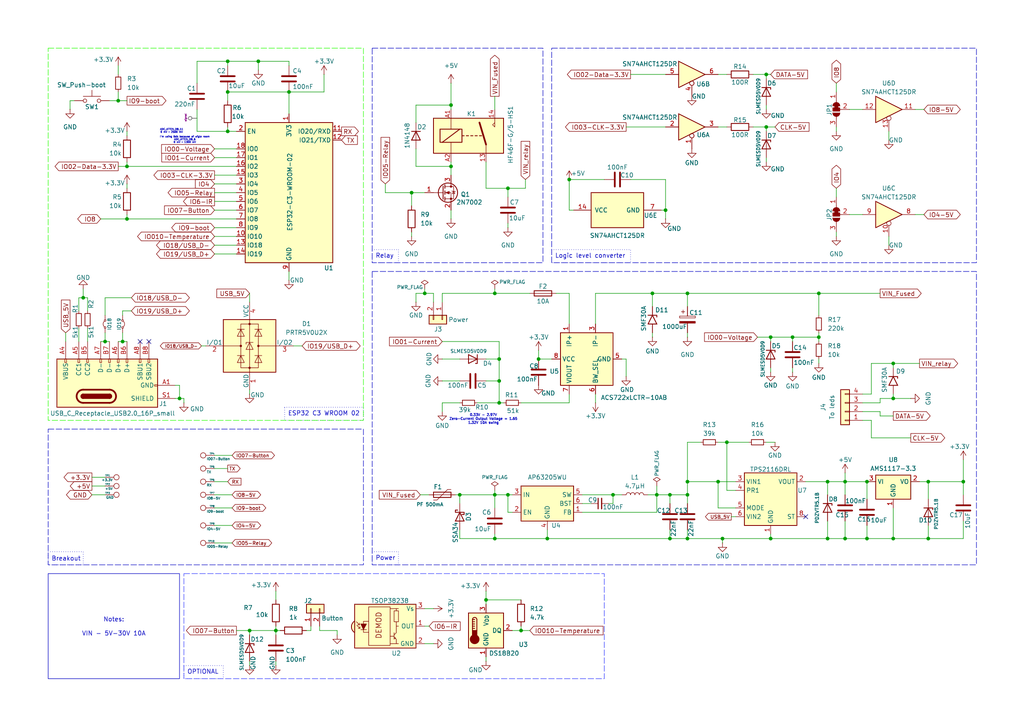
<source format=kicad_sch>
(kicad_sch (version 20231120) (generator "eeschema") (generator_version "8.0")
  (paper "A4")
  (title_block (title "wled_controller") (date "2024-13-09") (company "Drawn by Tomáš Kuchta") (comment 4 "V2"))
  (junction (at 52.07 115.57))
  (junction (at 123.19 85.09))
  (junction (at 158.75 156.21))
  (junction (at 269.24 156.21))
  (junction (at 165.1 52.07))
  (junction (at 143.51 143.51))
  (junction (at 194.31 143.51))
  (junction (at 208.28 139.7))
  (junction (at 130.81 48.26))
  (junction (at 74.93 17.78))
  (junction (at 24.13 86.36))
  (junction (at 156.21 104.14))
  (junction (at 194.31 156.21))
  (junction (at 143.51 156.21))
  (junction (at 130.81 30.48))
  (junction (at 66.04 26.67))
  (junction (at 259.08 156.21))
  (junction (at 147.32 54.61))
  (junction (at 251.46 139.7))
  (junction (at 199.39 156.21))
  (junction (at 83.82 26.67))
  (junction (at 222.25 21.59))
  (junction (at 245.11 156.21))
  (junction (at 34.29 29.21))
  (junction (at 151.13 182.88))
  (junction (at 223.52 156.21))
  (junction (at 133.35 143.51))
  (junction (at 143.51 85.09))
  (junction (at 223.52 97.79))
  (junction (at 66.04 38.1))
  (junction (at 237.49 97.79))
  (junction (at 240.03 139.7))
  (junction (at 279.4 139.7))
  (junction (at 251.46 156.21))
  (junction (at 199.39 139.7))
  (junction (at 199.39 85.09))
  (junction (at 30.48 99.06))
  (junction (at 237.49 85.09))
  (junction (at 245.11 139.7))
  (junction (at 144.78 104.14))
  (junction (at 140.97 173.99))
  (junction (at 80.01 182.88))
  (junction (at 144.78 116.84))
  (junction (at 210.82 128.27))
  (junction (at 35.56 99.06))
  (junction (at 240.03 156.21))
  (junction (at 209.55 156.21))
  (junction (at 144.78 110.49))
  (junction (at 66.04 17.78))
  (junction (at 177.8 143.51))
  (junction (at 147.32 143.51))
  (junction (at 36.83 63.5))
  (junction (at 72.39 182.88))
  (junction (at 199.39 143.51))
  (junction (at 269.24 139.7))
  (junction (at 119.38 55.88))
  (junction (at 229.87 97.79))
  (junction (at 36.83 48.26))
  (junction (at 189.23 85.09))
  (junction (at 193.04 60.96))
  (junction (at 222.25 36.83))
  (junction (at 190.5 143.51))
  (junction (at 259.08 115.57))
  (junction (at 259.08 105.41))
  (no_connect (at 40.64 99.06))
  (no_connect (at 233.68 149.86))
  (no_connect (at 43.18 99.06))
  (wire (pts (xy 252.73 114.3) (xy 250.19 114.3)))
  (wire (pts (xy 209.55 156.21) (xy 223.52 156.21)))
  (wire (pts (xy 151.13 181.61) (xy 151.13 182.88)))
  (wire (pts (xy 252.73 121.92) (xy 252.73 127)))
  (wire (pts (xy 255.27 120.65) (xy 259.08 120.65)))
  (wire (pts (xy 119.38 67.31) (xy 119.38 68.58)))
  (wire (pts (xy 190.5 140.97) (xy 190.5 143.51)))
  (wire (pts (xy 66.04 29.21) (xy 66.04 26.67)))
  (wire (pts (xy 30.48 91.44) (xy 30.48 86.36)))
  (wire (pts (xy 120.65 43.18) (xy 120.65 48.26)))
  (wire (pts (xy 57.15 31.75) (xy 57.15 38.1)))
  (wire (pts (xy 259.08 147.32) (xy 259.08 156.21)))
  (wire (pts (xy 172.72 114.3) (xy 172.72 116.84)))
  (wire (pts (xy 67.31 132.08) (xy 62.23 132.08)))
  (wire (pts (xy 213.36 147.32) (xy 208.28 147.32)))
  (wire (pts (xy 57.15 38.1) (xy 66.04 38.1)))
  (wire (pts (xy 210.82 128.27) (xy 210.82 142.24)))
  (wire (pts (xy 68.58 182.88) (xy 72.39 182.88)))
  (wire (pts (xy 140.97 173.99) (xy 140.97 175.26)))
  (wire (pts (xy 172.72 85.09) (xy 172.72 93.98)))
  (wire (pts (xy 189.23 97.79) (xy 189.23 96.52)))
  (wire (pts (xy 24.13 83.82) (xy 24.13 86.36)))
  (wire (pts (xy 245.11 137.16) (xy 245.11 139.7)))
  (wire (pts (xy 67.31 147.32) (xy 62.23 147.32)))
  (wire (pts (xy 121.92 143.51) (xy 124.46 143.51)))
  (wire (pts (xy 199.39 143.51) (xy 199.39 146.05)))
  (wire (pts (xy 143.51 83.82) (xy 143.51 85.09)))
  (wire (pts (xy 194.31 143.51) (xy 194.31 146.05)))
  (wire (pts (xy 152.4 54.61) (xy 147.32 54.61)))
  (wire (pts (xy 128.27 85.09) (xy 143.51 85.09)))
  (wire (pts (xy 251.46 152.4) (xy 251.46 156.21)))
  (wire (pts (xy 19.05 96.52) (xy 19.05 99.06)))
  (wire (pts (xy 133.35 104.14) (xy 128.27 104.14)))
  (wire (pts (xy 251.46 156.21) (xy 259.08 156.21)))
  (wire (pts (xy 259.08 115.57) (xy 264.16 115.57)))
  (wire (pts (xy 152.4 52.07) (xy 152.4 54.61)))
  (wire (pts (xy 229.87 106.68) (xy 229.87 107.95)))
  (wire (pts (xy 143.51 143.51) (xy 143.51 147.32)))
  (wire (pts (xy 34.29 26.67) (xy 34.29 29.21)))
  (wire (pts (xy 92.71 182.88) (xy 92.71 181.61)))
  (wire (pts (xy 125.73 186.69) (xy 123.19 186.69)))
  (wire (pts (xy 25.4 95.25) (xy 25.4 99.06)))
  (wire (pts (xy 255.27 115.57) (xy 255.27 116.84)))
  (wire (pts (xy 223.52 106.68) (xy 223.52 107.95)))
  (wire (pts (xy 62.23 60.96) (xy 68.58 60.96)))
  (wire (pts (xy 199.39 128.27) (xy 203.2 128.27)))
  (wire (pts (xy 133.35 143.51) (xy 133.35 146.05)))
  (wire (pts (xy 83.82 17.78) (xy 83.82 19.05)))
  (wire (pts (xy 233.68 139.7) (xy 240.03 139.7)))
  (wire (pts (xy 30.48 86.36) (xy 38.1 86.36)))
  (wire (pts (xy 111.76 55.88) (xy 119.38 55.88)))
  (wire (pts (xy 22.86 95.25) (xy 22.86 99.06)))
  (wire (pts (xy 218.44 36.83) (xy 222.25 36.83)))
  (wire (pts (xy 140.97 190.5) (xy 140.97 191.77)))
  (wire (pts (xy 130.81 48.26) (xy 130.81 50.8)))
  (wire (pts (xy 133.35 110.49) (xy 128.27 110.49)))
  (wire (pts (xy 240.03 151.13) (xy 240.03 156.21)))
  (wire (pts (xy 168.91 148.59) (xy 190.5 148.59)))
  (wire (pts (xy 35.56 90.17) (xy 35.56 91.44)))
  (wire (pts (xy 31.75 29.21) (xy 34.29 29.21)))
  (wire (pts (xy 24.13 86.36) (xy 25.4 86.36)))
  (wire (pts (xy 182.88 52.07) (xy 193.04 52.07)))
  (wire (pts (xy 57.15 24.13) (xy 57.15 17.78)))
  (wire (pts (xy 242.57 67.31) (xy 242.57 68.58)))
  (wire (pts (xy 72.39 114.3) (xy 72.39 113.03)))
  (wire (pts (xy 80.01 182.88) (xy 81.28 182.88)))
  (wire (pts (xy 62.23 68.58) (xy 68.58 68.58)))
  (wire (pts (xy 133.35 153.67) (xy 133.35 156.21)))
  (wire (pts (xy 257.81 68.58) (xy 257.81 71.12)))
  (wire (pts (xy 133.35 143.51) (xy 143.51 143.51)))
  (wire (pts (xy 222.25 36.83) (xy 222.25 38.1)))
  (wire (pts (xy 269.24 139.7) (xy 269.24 144.78)))
  (wire (pts (xy 74.93 17.78) (xy 74.93 20.32)))
  (wire (pts (xy 80.01 182.88) (xy 80.01 184.15)))
  (wire (pts (xy 83.82 78.74) (xy 83.82 81.28)))
  (wire (pts (xy 222.25 21.59) (xy 222.25 22.86)))
  (wire (pts (xy 36.83 62.23) (xy 36.83 63.5)))
  (wire (pts (xy 62.23 55.88) (xy 68.58 55.88)))
  (wire (pts (xy 213.36 142.24) (xy 210.82 142.24)))
  (wire (pts (xy 85.09 100.33) (xy 87.63 100.33)))
  (wire (pts (xy 209.55 157.48) (xy 209.55 156.21)))
  (wire (pts (xy 255.27 120.65) (xy 255.27 119.38)))
  (wire (pts (xy 80.01 191.77) (xy 80.01 193.04)))
  (wire (pts (xy 67.31 143.51) (xy 62.23 143.51)))
  (wire (pts (xy 140.97 173.99) (xy 140.97 171.45)))
  (wire (pts (xy 156.21 104.14) (xy 160.02 104.14)))
  (wire (pts (xy 199.39 139.7) (xy 199.39 143.51)))
  (wire (pts (xy 120.65 85.09) (xy 120.65 87.63)))
  (wire (pts (xy 34.29 19.05) (xy 34.29 21.59)))
  (wire (pts (xy 240.03 156.21) (xy 245.11 156.21)))
  (wire (pts (xy 223.52 97.79) (xy 229.87 97.79)))
  (wire (pts (xy 30.48 96.52) (xy 30.48 99.06)))
  (wire (pts (xy 119.38 55.88) (xy 119.38 59.69)))
  (wire (pts (xy 265.43 62.23) (xy 267.97 62.23)))
  (wire (pts (xy 252.73 121.92) (xy 250.19 121.92)))
  (wire (pts (xy 237.49 97.79) (xy 237.49 99.06)))
  (wire (pts (xy 151.13 173.99) (xy 140.97 173.99)))
  (wire (pts (xy 74.93 17.78) (xy 83.82 17.78)))
  (wire (pts (xy 72.39 182.88) (xy 72.39 184.15)))
  (wire (pts (xy 208.28 128.27) (xy 210.82 128.27)))
  (wire (pts (xy 166.37 60.96) (xy 165.1 60.96)))
  (wire (pts (xy 193.04 60.96) (xy 191.77 60.96)))
  (wire (pts (xy 143.51 85.09) (xy 153.67 85.09)))
  (wire (pts (xy 83.82 26.67) (xy 83.82 33.02)))
  (wire (pts (xy 193.04 63.5) (xy 193.04 60.96)))
  (wire (pts (xy 66.04 17.78) (xy 66.04 19.05)))
  (wire (pts (xy 143.51 27.94) (xy 143.51 31.75)))
  (wire (pts (xy 223.52 154.94) (xy 223.52 156.21)))
  (wire (pts (xy 240.03 139.7) (xy 245.11 139.7)))
  (wire (pts (xy 36.83 53.34) (xy 36.83 54.61)))
  (wire (pts (xy 194.31 156.21) (xy 199.39 156.21)))
  (wire (pts (xy 128.27 99.06) (xy 144.78 99.06)))
  (wire (pts (xy 199.39 85.09) (xy 199.39 88.9)))
  (wire (pts (xy 222.25 21.59) (xy 223.52 21.59)))
  (wire (pts (xy 229.87 97.79) (xy 237.49 97.79)))
  (wire (pts (xy 67.31 152.4) (xy 62.23 152.4)))
  (wire (pts (xy 176.53 146.05) (xy 177.8 146.05)))
  (wire (pts (xy 36.83 46.99) (xy 36.83 48.26)))
  (wire (pts (xy 255.27 116.84) (xy 250.19 116.84)))
  (wire (pts (xy 208.28 36.83) (xy 210.82 36.83)))
  (wire (pts (xy 66.04 36.83) (xy 66.04 38.1)))
  (wire (pts (xy 177.8 143.51) (xy 180.34 143.51)))
  (wire (pts (xy 140.97 54.61) (xy 147.32 54.61)))
  (wire (pts (xy 172.72 85.09) (xy 189.23 85.09)))
  (wire (pts (xy 147.32 57.15) (xy 147.32 54.61)))
  (wire (pts (xy 120.65 30.48) (xy 130.81 30.48)))
  (wire (pts (xy 120.65 48.26) (xy 130.81 48.26)))
  (wire (pts (xy 246.38 31.75) (xy 250.19 31.75)))
  (wire (pts (xy 58.42 100.33) (xy 59.69 100.33)))
  (wire (pts (xy 138.43 116.84) (xy 144.78 116.84)))
  (wire (pts (xy 222.25 128.27) (xy 224.79 128.27)))
  (wire (pts (xy 140.97 46.99) (xy 140.97 54.61)))
  (wire (pts (xy 128.27 116.84) (xy 133.35 116.84)))
  (wire (pts (xy 208.28 21.59) (xy 210.82 21.59)))
  (wire (pts (xy 151.13 182.88) (xy 153.67 182.88)))
  (wire (pts (xy 165.1 116.84) (xy 165.1 114.3)))
  (wire (pts (xy 259.08 156.21) (xy 269.24 156.21)))
  (wire (pts (xy 50.8 115.57) (xy 52.07 115.57)))
  (wire (pts (xy 34.29 29.21) (xy 36.83 29.21)))
  (wire (pts (xy 237.49 96.52) (xy 237.49 97.79)))
  (wire (pts (xy 143.51 156.21) (xy 158.75 156.21)))
  (wire (pts (xy 128.27 119.38) (xy 128.27 116.84)))
  (wire (pts (xy 36.83 48.26) (xy 68.58 48.26)))
  (wire (pts (xy 62.23 135.89) (xy 66.04 135.89)))
  (wire (pts (xy 266.7 139.7) (xy 269.24 139.7)))
  (wire (pts (xy 151.13 116.84) (xy 165.1 116.84)))
  (wire (pts (xy 158.75 156.21) (xy 194.31 156.21)))
  (wire (pts (xy 147.32 64.77) (xy 147.32 66.04)))
  (wire (pts (xy 259.08 114.3) (xy 259.08 115.57)))
  (wire (pts (xy 34.29 99.06) (xy 35.56 99.06)))
  (wire (pts (xy 20.32 31.75) (xy 20.32 29.21)))
  (wire (pts (xy 22.86 86.36) (xy 24.13 86.36)))
  (wire (pts (xy 80.01 181.61) (xy 80.01 182.88)))
  (wire (pts (xy 189.23 85.09) (xy 199.39 85.09)))
  (wire (pts (xy 218.44 21.59) (xy 222.25 21.59)))
  (wire (pts (xy 143.51 143.51) (xy 147.32 143.51)))
  (wire (pts (xy 26.67 140.97) (xy 30.48 140.97)))
  (wire (pts (xy 189.23 85.09) (xy 189.23 88.9)))
  (wire (pts (xy 62.23 50.8) (xy 68.58 50.8)))
  (wire (pts (xy 158.75 153.67) (xy 158.75 156.21)))
  (wire (pts (xy 62.23 45.72) (xy 68.58 45.72)))
  (wire (pts (xy 182.88 21.59) (xy 193.04 21.59)))
  (wire (pts (xy 62.23 53.34) (xy 68.58 53.34)))
  (wire (pts (xy 66.04 26.67) (xy 83.82 26.67)))
  (wire (pts (xy 124.46 181.61) (xy 123.19 181.61)))
  (wire (pts (xy 66.04 17.78) (xy 74.93 17.78)))
  (wire (pts (xy 36.83 63.5) (xy 68.58 63.5)))
  (wire (pts (xy 251.46 139.7) (xy 251.46 144.78)))
  (wire (pts (xy 22.86 86.36) (xy 22.86 90.17)))
  (wire (pts (xy 53.34 116.84) (xy 53.34 115.57)))
  (wire (pts (xy 50.8 111.76) (xy 52.07 111.76)))
  (wire (pts (xy 194.31 143.51) (xy 199.39 143.51)))
  (wire (pts (xy 90.17 182.88) (xy 90.17 181.61)))
  (wire (pts (xy 123.19 85.09) (xy 125.73 85.09)))
  (wire (pts (xy 210.82 128.27) (xy 217.17 128.27)))
  (wire (pts (xy 35.56 99.06) (xy 36.83 99.06)))
  (wire (pts (xy 242.57 36.83) (xy 242.57 38.1)))
  (wire (pts (xy 62.23 58.42) (xy 68.58 58.42)))
  (wire (pts (xy 194.31 153.67) (xy 194.31 156.21)))
  (wire (pts (xy 212.09 149.86) (xy 213.36 149.86)))
  (wire (pts (xy 199.39 156.21) (xy 209.55 156.21)))
  (wire (pts (xy 148.59 182.88) (xy 151.13 182.88)))
  (wire (pts (xy 57.15 17.78) (xy 66.04 17.78)))
  (wire (pts (xy 279.4 133.35) (xy 279.4 139.7)))
  (wire (pts (xy 130.81 46.99) (xy 130.81 48.26)))
  (wire (pts (xy 146.05 116.84) (xy 144.78 116.84)))
  (wire (pts (xy 199.39 128.27) (xy 199.39 139.7)))
  (wire (pts (xy 26.67 138.43) (xy 30.48 138.43)))
  (wire (pts (xy 133.35 156.21) (xy 143.51 156.21)))
  (wire (pts (xy 36.83 38.1) (xy 36.83 39.37)))
  (wire (pts (xy 245.11 139.7) (xy 245.11 143.51)))
  (wire (pts (xy 123.19 85.09) (xy 120.65 85.09)))
  (wire (pts (xy 147.32 143.51) (xy 148.59 143.51)))
  (wire (pts (xy 252.73 105.41) (xy 259.08 105.41)))
  (wire (pts (xy 246.38 62.23) (xy 250.19 62.23)))
  (wire (pts (xy 222.25 45.72) (xy 222.25 46.99)))
  (wire (pts (xy 72.39 182.88) (xy 80.01 182.88)))
  (wire (pts (xy 20.32 29.21) (xy 21.59 29.21)))
  (wire (pts (xy 222.25 30.48) (xy 222.25 31.75)))
  (wire (pts (xy 62.23 139.7) (xy 66.04 139.7)))
  (wire (pts (xy 245.11 139.7) (xy 251.46 139.7)))
  (wire (pts (xy 88.9 182.88) (xy 90.17 182.88)))
  (wire (pts (xy 35.56 96.52) (xy 35.56 99.06)))
  (wire (pts (xy 97.79 182.88) (xy 97.79 184.15)))
  (wire (pts (xy 269.24 152.4) (xy 269.24 156.21)))
  (wire (pts (xy 130.81 30.48) (xy 130.81 31.75)))
  (wire (pts (xy 187.96 143.51) (xy 190.5 143.51)))
  (wire (pts (xy 165.1 85.09) (xy 165.1 93.98)))
  (wire (pts (xy 252.73 105.41) (xy 252.73 114.3)))
  (wire (pts (xy 242.57 54.61) (xy 242.57 57.15)))
  (wire (pts (xy 199.39 139.7) (xy 208.28 139.7)))
  (wire (pts (xy 222.25 36.83) (xy 224.79 36.83)))
  (wire (pts (xy 168.91 143.51) (xy 177.8 143.51)))
  (wire (pts (xy 213.36 139.7) (xy 208.28 139.7)))
  (wire (pts (xy 242.57 24.13) (xy 242.57 26.67)))
  (wire (pts (xy 30.48 99.06) (xy 31.75 99.06)))
  (wire (pts (xy 255.27 115.57) (xy 259.08 115.57)))
  (wire (pts (xy 252.73 127) (xy 264.16 127)))
  (wire (pts (xy 143.51 154.94) (xy 143.51 156.21)))
  (wire (pts (xy 259.08 105.41) (xy 259.08 106.68)))
  (wire (pts (xy 132.08 143.51) (xy 133.35 143.51)))
  (wire (pts (xy 123.19 83.82) (xy 123.19 85.09)))
  (wire (pts (xy 80.01 171.45) (xy 80.01 173.99)))
  (wire (pts (xy 140.97 104.14) (xy 144.78 104.14)))
  (wire (pts (xy 237.49 85.09) (xy 237.49 91.44)))
  (wire (pts (xy 66.04 38.1) (xy 68.58 38.1)))
  (wire (pts (xy 165.1 52.07) (xy 175.26 52.07)))
  (wire (pts (xy 93.98 21.59) (xy 93.98 26.67)))
  (wire (pts (xy 83.82 26.67) (xy 93.98 26.67)))
  (wire (pts (xy 180.34 104.14) (xy 181.61 104.14)))
  (wire (pts (xy 259.08 105.41) (xy 266.7 105.41)))
  (wire (pts (xy 199.39 85.09) (xy 237.49 85.09)))
  (wire (pts (xy 156.21 104.14) (xy 156.21 101.6)))
  (wire (pts (xy 53.34 115.57) (xy 52.07 115.57)))
  (wire (pts (xy 125.73 85.09) (xy 125.73 87.63)))
  (wire (pts (xy 219.71 97.79) (xy 223.52 97.79)))
  (wire (pts (xy 168.91 146.05) (xy 171.45 146.05)))
  (wire (pts (xy 147.32 143.51) (xy 147.32 148.59)))
  (wire (pts (xy 130.81 24.13) (xy 130.81 30.48)))
  (wire (pts (xy 111.76 53.34) (xy 111.76 55.88)))
  (wire (pts (xy 144.78 104.14) (xy 144.78 110.49)))
  (wire (pts (xy 223.52 156.21) (xy 240.03 156.21)))
  (wire (pts (xy 229.87 99.06) (xy 229.87 97.79)))
  (wire (pts (xy 181.61 36.83) (xy 193.04 36.83)))
  (wire (pts (xy 120.65 35.56) (xy 120.65 30.48)))
  (wire (pts (xy 67.31 157.48) (xy 62.23 157.48)))
  (wire (pts (xy 193.04 52.07) (xy 193.04 60.96)))
  (wire (pts (xy 130.81 60.96) (xy 130.81 63.5)))
  (wire (pts (xy 128.27 85.09) (xy 128.27 87.63)))
  (wire (pts (xy 72.39 85.09) (xy 72.39 87.63)))
  (wire (pts (xy 190.5 143.51) (xy 194.31 143.51)))
  (wire (pts (xy 140.97 110.49) (xy 144.78 110.49)))
  (wire (pts (xy 269.24 156.21) (xy 279.4 156.21)))
  (wire (pts (xy 240.03 139.7) (xy 240.03 143.51)))
  (wire (pts (xy 62.23 73.66) (xy 68.58 73.66)))
  (wire (pts (xy 35.56 90.17) (xy 38.1 90.17)))
  (wire (pts (xy 52.07 111.76) (xy 52.07 115.57)))
  (wire (pts (xy 144.78 110.49) (xy 144.78 116.84)))
  (wire (pts (xy 279.4 151.13) (xy 279.4 156.21)))
  (wire (pts (xy 161.29 85.09) (xy 165.1 85.09)))
  (wire (pts (xy 165.1 60.96) (xy 165.1 52.07)))
  (wire (pts (xy 199.39 97.79) (xy 199.39 96.52)))
  (wire (pts (xy 34.29 48.26) (xy 36.83 48.26)))
  (wire (pts (xy 29.21 99.06) (xy 30.48 99.06)))
  (wire (pts (xy 245.11 151.13) (xy 245.11 156.21)))
  (wire (pts (xy 279.4 139.7) (xy 279.4 143.51)))
  (wire (pts (xy 29.21 63.5) (xy 36.83 63.5)))
  (wire (pts (xy 148.59 148.59) (xy 147.32 148.59)))
  (wire (pts (xy 250.19 119.38) (xy 255.27 119.38)))
  (wire (pts (xy 199.39 153.67) (xy 199.39 156.21)))
  (wire (pts (xy 269.24 139.7) (xy 279.4 139.7)))
  (wire (pts (xy 123.19 55.88) (xy 119.38 55.88)))
  (wire (pts (xy 181.61 104.14) (xy 181.61 109.22)))
  (wire (pts (xy 245.11 156.21) (xy 251.46 156.21)))
  (wire (pts (xy 237.49 85.09) (xy 255.27 85.09)))
  (wire (pts (xy 208.28 147.32) (xy 208.28 139.7)))
  (wire (pts (xy 25.4 86.36) (xy 25.4 90.17)))
  (wire (pts (xy 223.52 99.06) (xy 223.52 97.79)))
  (wire (pts (xy 72.39 191.77) (xy 72.39 193.04)))
  (wire (pts (xy 144.78 99.06) (xy 144.78 104.14)))
  (wire (pts (xy 190.5 148.59) (xy 190.5 143.51)))
  (wire (pts (xy 237.49 104.14) (xy 237.49 105.41)))
  (wire (pts (xy 257.81 38.1) (xy 257.81 40.64)))
  (wire (pts (xy 125.73 176.53) (xy 123.19 176.53)))
  (wire (pts (xy 177.8 146.05) (xy 177.8 143.51)))
  (wire (pts (xy 265.43 31.75) (xy 267.97 31.75)))
  (wire (pts (xy 62.23 43.18) (xy 68.58 43.18)))
  (wire (pts (xy 62.23 71.12) (xy 68.58 71.12)))
  (wire (pts (xy 143.51 142.24) (xy 143.51 143.51)))
  (wire (pts (xy 62.23 66.04) (xy 68.58 66.04)))
  (wire (pts (xy 92.71 182.88) (xy 97.79 182.88)))
  (wire (pts (xy 26.67 143.51) (xy 30.48 143.51)))
  (rectangle (start 107.95 13.97) (end 157.48 76.2) (stroke (width 0) (type dash)))
  (rectangle (start 13.97 124.46) (end 105.41 163.83) (stroke (width 0) (type dash)))
  (rectangle (start 107.95 78.74) (end 283.21 163.83) (stroke (width 0) (type dash)))
  (rectangle (start 53.34 166.37) (end 175.26 196.85) (stroke (width 0) (type dash) (color 52 60 255 1)))
  (rectangle (start 13.97 13.97) (end 105.41 121.92) (stroke (width 0) (type dash) (color 36 255 0 1)))
  (rectangle (start 160.02 13.97) (end 283.21 76.2) (stroke (width 0) (type dash)))
  (text_box "Notes:\n\nVIN - 5V-30V 10A" (at 13.97 166.37 0) (size 38.1 30.48) (effects (font (size 1.27 1.27))))
  (text_box "Relay" (at 107.95 72.39 0) (size 7.62 3.81) (stroke (width 0) (type dot)) (effects (font (size 1.27 1.27)) (justify left top)))
  (text_box "Breakout" (at 13.97 160.02 0) (size 10.16 3.81) (stroke (width 0) (type dot)) (effects (font (size 1.27 1.27)) (justify left)))
  (text_box "ESP32 ­C3 ­WROOM ­02" (at 82.55 118.11 0) (size 22.86 3.81) (stroke (width 0) (type dot)) (effects (font (size 1.27 1.27)) (justify left top)))
  (text_box "Power" (at 107.95 160.02 0) (size 7.62 3.81) (stroke (width 0) (type dot)) (effects (font (size 1.27 1.27)) (justify left top)))
  (text_box "OPTIONAL" (at 53.34 193.04 0) (size 11.43 3.81) (stroke (width 0) (type dot)) (effects (font (size 1.27 1.27)) (justify left top)))
  (text_box "Logic level converter" (at 160.02 72.39 0) (size 22.86 3.81) (stroke (width 0) (type dot)) (effects (font (size 1.27 1.27)) (justify left top)))
  (text "ADC_ATTEN_DB_11\n0 mV ~ 2500 mV" (at 49.784 38.1 0) (effects (font (size 0.5 0.5))))
  (text "0.33V - 2.97V\nZero-Current Output Voltage = 1.65\n1.32V 10A swing" (at 140.208 121.666 0) (effects (font (size 0.7 0.7))))
  (text "I'm using 6db because of wigle room\nADC_ATTEN_DB_6\n0 mV ~ 1300 mV" (at 53.594 40.64 0) (effects (font (size 0.5 0.5))))
  (global_label "TX" (shape input) (at 99.06 40.64 0) (property "Intersheetrefs" "${INTERSHEET_REFS}" (effects (hide yes))))
  (global_label "DATA-5V" (shape output) (at 259.08 120.65 0) (property "Intersheetrefs" "${INTERSHEET_REFS}" (effects (hide yes))))
  (global_label "IO6-IR" (shape output) (at 62.23 58.42 180) (property "Intersheetrefs" "${INTERSHEET_REFS}" (effects (hide yes))))
  (global_label "IO07-Button" (shape bidirectional) (at 67.31 132.08 0) (effects (font (size 1 1))) (property "Intersheetrefs" "${INTERSHEET_REFS}" (effects (hide yes))))
  (global_label "IO8-5V" (shape bidirectional) (at 67.31 143.51 0) (effects (font (size 1 1))) (property "Intersheetrefs" "${INTERSHEET_REFS}" (effects (hide yes))))
  (global_label "IO05-Relay" (shape input) (at 111.76 53.34 90) (property "Intersheetrefs" "${INTERSHEET_REFS}" (effects (hide yes))))
  (global_label "IO010-Temperature" (shape bidirectional) (at 62.23 68.58 180) (property "Intersheetrefs" "${INTERSHEET_REFS}" (effects (hide yes))))
  (global_label "IO18{slash}USB_D-" (shape bidirectional) (at 38.1 86.36 0) (property "Intersheetrefs" "${INTERSHEET_REFS}" (effects (hide yes))))
  (global_label "IO07-Button" (shape output) (at 68.58 182.88 180) (property "Intersheetrefs" "${INTERSHEET_REFS}" (effects (hide yes))))
  (global_label "IO00-Voltage" (shape input) (at 62.23 43.18 180) (property "Intersheetrefs" "${INTERSHEET_REFS}" (effects (hide yes))))
  (global_label "DATA-5V" (shape input) (at 223.52 21.59 0) (property "Intersheetrefs" "${INTERSHEET_REFS}" (effects (hide yes))))
  (global_label "IO8-5V" (shape bidirectional) (at 267.97 31.75 0) (property "Intersheetrefs" "${INTERSHEET_REFS}" (effects (hide yes))))
  (global_label "IO00-Voltage" (shape input) (at 219.71 97.79 180) (property "Intersheetrefs" "${INTERSHEET_REFS}" (effects (hide yes))))
  (global_label "RX" (shape input) (at 66.04 139.7 0) (effects (font (size 1 1))) (property "Intersheetrefs" "${INTERSHEET_REFS}" (effects (hide yes))))
  (global_label "CLK-5V" (shape input) (at 224.79 36.83 0) (property "Intersheetrefs" "${INTERSHEET_REFS}" (effects (hide yes))))
  (global_label "IO4-5V" (shape bidirectional) (at 67.31 152.4 0) (effects (font (size 1 1))) (property "Intersheetrefs" "${INTERSHEET_REFS}" (effects (hide yes))))
  (global_label "+5V" (shape output) (at 26.67 140.97 180) (property "Intersheetrefs" "${INTERSHEET_REFS}" (effects (hide yes))))
  (global_label "+3.3V" (shape output) (at 26.67 138.43 180) (property "Intersheetrefs" "${INTERSHEET_REFS}" (effects (hide yes))))
  (global_label "IO19{slash}USB_D+" (shape bidirectional) (at 87.63 100.33 0) (property "Intersheetrefs" "${INTERSHEET_REFS}" (effects (hide yes))))
  (global_label "IO19{slash}USB_D+" (shape bidirectional) (at 62.23 73.66 180) (property "Intersheetrefs" "${INTERSHEET_REFS}" (effects (hide yes))))
  (global_label "IO19{slash}USB_D+" (shape bidirectional) (at 38.1 90.17 0) (property "Intersheetrefs" "${INTERSHEET_REFS}" (effects (hide yes))))
  (global_label "IO02-Data-3.3V" (shape output) (at 182.88 21.59 180) (property "Intersheetrefs" "${INTERSHEET_REFS}" (effects (hide yes))))
  (global_label "IO9-boot" (shape bidirectional) (at 67.31 147.32 0) (effects (font (size 1 1))) (property "Intersheetrefs" "${INTERSHEET_REFS}" (effects (hide yes))))
  (global_label "IO05-Relay" (shape bidirectional) (at 67.31 157.48 0) (effects (font (size 1 1))) (property "Intersheetrefs" "${INTERSHEET_REFS}" (effects (hide yes))))
  (global_label "USB_5V" (shape input) (at 19.05 96.52 90) (property "Intersheetrefs" "${INTERSHEET_REFS}" (effects (hide yes))))
  (global_label "VIN_Fused" (shape output) (at 255.27 85.09 0) (property "Intersheetrefs" "${INTERSHEET_REFS}" (effects (hide yes))))
  (global_label "IO9-boot" (shape output) (at 36.83 29.21 0) (property "Intersheetrefs" "${INTERSHEET_REFS}" (effects (hide yes))))
  (global_label "IO18{slash}USB_D-" (shape bidirectional) (at 62.23 71.12 180) (property "Intersheetrefs" "${INTERSHEET_REFS}" (effects (hide yes))))
  (global_label "IO9-boot" (shape bidirectional) (at 62.23 66.04 180) (property "Intersheetrefs" "${INTERSHEET_REFS}" (effects (hide yes))))
  (global_label "IO4" (shape bidirectional) (at 242.57 54.61 90) (property "Intersheetrefs" "${INTERSHEET_REFS}" (effects (hide yes))))
  (global_label "IO07-Button" (shape input) (at 62.23 60.96 180) (property "Intersheetrefs" "${INTERSHEET_REFS}" (effects (hide yes))))
  (global_label "IO010-Temperature" (shape input) (at 153.67 182.88 0) (property "Intersheetrefs" "${INTERSHEET_REFS}" (effects (hide yes))))
  (global_label "USB_5V" (shape output) (at 212.09 149.86 180) (effects (font (size 1 1))) (property "Intersheetrefs" "${INTERSHEET_REFS}" (effects (hide yes))))
  (global_label "IO01-Current" (shape input) (at 62.23 45.72 180) (property "Intersheetrefs" "${INTERSHEET_REFS}" (effects (hide yes))))
  (global_label "IO05-Relay" (shape output) (at 62.23 55.88 180) (property "Intersheetrefs" "${INTERSHEET_REFS}" (effects (hide yes))))
  (global_label "TX" (shape output) (at 66.04 135.89 0) (effects (font (size 1 1))) (property "Intersheetrefs" "${INTERSHEET_REFS}" (effects (hide yes))))
  (global_label "IO8" (shape bidirectional) (at 242.57 24.13 90) (property "Intersheetrefs" "${INTERSHEET_REFS}" (effects (hide yes))))
  (global_label "VIN_relay" (shape output) (at 266.7 105.41 0) (property "Intersheetrefs" "${INTERSHEET_REFS}" (effects (hide yes))))
  (global_label "IO6-IR" (shape input) (at 124.46 181.61 0) (property "Intersheetrefs" "${INTERSHEET_REFS}" (effects (hide yes))))
  (global_label "VIN_Fused" (shape output) (at 143.51 27.94 90) (property "Intersheetrefs" "${INTERSHEET_REFS}" (effects (hide yes))))
  (global_label "USB_5V" (shape input) (at 72.39 85.09 180) (property "Intersheetrefs" "${INTERSHEET_REFS}" (effects (hide yes))))
  (global_label "RX" (shape output) (at 99.06 38.1 0) (property "Intersheetrefs" "${INTERSHEET_REFS}" (effects (hide yes))))
  (global_label "IO01-Current" (shape input) (at 128.27 99.06 180) (property "Intersheetrefs" "${INTERSHEET_REFS}" (effects (hide yes))))
  (global_label "IO4" (shape input) (at 62.23 53.34 180) (property "Intersheetrefs" "${INTERSHEET_REFS}" (effects (hide yes))))
  (global_label "IO03-CLK-3.3V" (shape output) (at 62.23 50.8 180) (property "Intersheetrefs" "${INTERSHEET_REFS}" (effects (hide yes))))
  (global_label "IO8" (shape bidirectional) (at 29.21 63.5 180) (property "Intersheetrefs" "${INTERSHEET_REFS}" (effects (hide yes))))
  (global_label "CLK-5V" (shape output) (at 264.16 127 0) (property "Intersheetrefs" "${INTERSHEET_REFS}" (effects (hide yes))))
  (global_label "IO02-Data-3.3V" (shape output) (at 34.29 48.26 180) (property "Intersheetrefs" "${INTERSHEET_REFS}" (effects (hide yes))))
  (global_label "VIN_Fused" (shape input) (at 121.92 143.51 180) (property "Intersheetrefs" "${INTERSHEET_REFS}" (effects (hide yes))))
  (global_label "IO03-CLK-3.3V" (shape output) (at 181.61 36.83 180) (property "Intersheetrefs" "${INTERSHEET_REFS}" (effects (hide yes))))
  (global_label "IO18{slash}USB_D-" (shape bidirectional) (at 58.42 100.33 180) (effects (font (size 0.9 0.9))) (property "Intersheetrefs" "${INTERSHEET_REFS}" (effects (hide yes))))
  (global_label "VIN_relay" (shape input) (at 152.4 52.07 90) (property "Intersheetrefs" "${INTERSHEET_REFS}" (effects (hide yes))))
  (global_label "IO4-5V" (shape bidirectional) (at 267.97 62.23 0) (property "Intersheetrefs" "${INTERSHEET_REFS}" (effects (hide yes))))
  (global_label "GND" (shape bidirectional) (at 26.67 143.51 180) (property "Intersheetrefs" "${INTERSHEET_REFS}" (effects (hide yes))))
  (netclass_flag "" (length 2) (shape round) (at 57.15 34.29 90) (property "Netclass" "signal" (at 53.848 35.306 90) (effects (font (size 0.5 0.5) (italic yes)) (justify left))))
  (symbol (lib_id "Connector_Generic:Conn_01x04") (at 245.11 119.38 180) (unit 1)
    (property "Reference" "J4" (at 238.76 118.11 90))
    (property "Value" "To leds" (at 241.3 118.11 90))
    (property "Footprint" "TerminalBlock_Phoenix:TerminalBlock_Phoenix_MKDS-3-4-5.08_1x04_P5.08mm_Horizontal" (effects (hide yes)))
    (property "Description" "Generic connector, single row, 01x04, script generated (kicad-library-utils/schlib/autogen/connector/)" (effects (hide yes)))
    (property "LCSC" "C2915641" (effects (hide yes)))
  )
  (symbol (lib_id "Device:R_Small") (at 148.59 116.84 270) (mirror x) (unit 1)
    (property "Reference" "R11" (at 150.368 114.554 90) (effects (justify right)))
    (property "Value" "51k" (at 150.622 119.126 90) (effects (justify right)))
    (property "Footprint" "Resistor_SMD:R_0603_1608Metric_Pad0.98x0.95mm_HandSolder" (effects (hide yes)))
    (property "Description" "Resistor, small symbol" (effects (hide yes)))
    (property "LCSC" "C23196" (effects (hide yes)))
  )
  (symbol (lib_id "Device:C") (at 194.31 149.86 0) (unit 1)
    (property "Reference" "C12" (at 190.5 148.082 0) (effects (justify left)))
    (property "Value" "22nF" (at 195.326 155.702 90) (effects (justify left)))
    (property "Footprint" "Capacitor_SMD:C_0603_1608Metric_Pad1.08x0.95mm_HandSolder" (effects (hide yes)))
    (property "Description" "Unpolarized capacitor" (effects (hide yes)))
    (property "LCSC" "C519429" (effects (hide yes)))
  )
  (symbol (lib_id "Device:C") (at 83.82 22.86 0) (unit 1)
    (property "Reference" "C4" (at 84.836 20.574 0) (effects (justify left)))
    (property "Value" "100nF" (at 84.836 25.146 0) (effects (justify left)))
    (property "Footprint" "Capacitor_SMD:C_0603_1608Metric_Pad1.08x0.95mm_HandSolder" (effects (hide yes)))
    (property "Description" "Unpolarized capacitor" (effects (hide yes)))
    (property "LCSC" "C66501" (effects (hide yes)))
  )
  (symbol (lib_id "Regulator_Switching:AP63205WU") (at 158.75 146.05 0) (unit 1)
    (property "Reference" "U4" (at 161.29 152.4 0))
    (property "Value" "AP63205WU" (at 158.75 138.43 0))
    (property "Footprint" "Package_TO_SOT_SMD:TSOT-23-6" (effects (hide yes)))
    (property "Datasheet" "https://www.diodes.com/assets/Datasheets/AP63200-AP63201-AP63203-AP63205.pdf" (effects (hide yes)))
    (property "Description" "2A, 1.1MHz Buck DC/DC Converter, fixed 5.0V output voltage, TSOT-23-6" (effects (hide yes)))
    (property "LCSC" "C2071056" (effects (hide yes)))
  )
  (symbol (lib_id "Connector:TestPoint") (at 62.23 139.7 90) (mirror x) (unit 1) (in_bom no)
    (property "Reference" "TP6" (at 62.23 139.192 90) (effects (font (size 0.5 0.5)) (justify left)))
    (property "Value" "RX" (at 59.944 140.716 90) (effects (font (size 0.7 0.7)) (justify right)))
    (property "Footprint" "footprints:TestPoint_Pad_D1.5mm_SM" (effects (hide yes)))
    (property "Description" "test point" (effects (hide yes)))
  )
  (symbol (lib_id "power:PWR_FLAG") (at 143.51 142.24 0) (unit 1)
    (property "Reference" "#FLG03" (effects (hide yes)))
    (property "Value" "PWR_FLAG" (at 139.7 138.43 0) (effects (font (size 1 1)) (justify left)))
    (property "Description" "Special symbol for telling ERC where power comes from" (effects (hide yes)))
  )
  (symbol (lib_id "power:GND") (at 264.16 115.57 90) (unit 1)
    (property "Reference" "#PWR047" (effects (hide yes)))
    (property "Value" "GND" (at 269.24 115.57 0))
    (property "Description" "Power symbol creates a global label with name \"GND\" , ground" (effects (hide yes)))
  )
  (symbol (lib_id "power:+3.3V") (at 36.83 53.34 0) (unit 1)
    (property "Reference" "#PWR05" (effects (hide yes)))
    (property "Value" "+3.3V" (at 33.274 53.086 0))
    (property "Description" "Power symbol creates a global label with name \"+3.3V\"" (effects (hide yes)))
  )
  (symbol (lib_id "power:GND") (at 257.81 71.12 0) (unit 1)
    (property "Reference" "#PWR046" (effects (hide yes)))
    (property "Value" "GND" (at 259.842 71.12 0))
    (property "Description" "Power symbol creates a global label with name \"GND\" , ground" (effects (hide yes)))
  )
  (symbol (lib_id "Device:D_Zener") (at 223.52 102.87 270) (unit 1)
    (property "Reference" "D5" (at 223.774 100.33 90) (effects (justify left)))
    (property "Value" "SLMESD5V0D9" (at 221.234 98.806 0) (effects (font (size 1 1)) (justify left)))
    (property "Footprint" "Diode_SMD:D_SOD-323" (effects (hide yes)))
    (property "Description" "Zener diode" (effects (hide yes)))
    (property "LCSC" "C19170915" (effects (hide yes)))
  )
  (symbol (lib_id "Device:R") (at 85.09 182.88 90) (unit 1)
    (property "Reference" "R8" (at 85.09 176.53 90))
    (property "Value" "1k" (at 85.09 179.07 90))
    (property "Footprint" "Resistor_SMD:R_0603_1608Metric_Pad0.98x0.95mm_HandSolder" (effects (hide yes)))
    (property "Description" "Resistor" (effects (hide yes)))
    (property "LCSC" "C21190" (effects (hide yes)))
  )
  (symbol (lib_id "power:+5V") (at 130.81 24.13 0) (unit 1)
    (property "Reference" "#PWR021" (effects (hide yes)))
    (property "Value" "+5V" (at 130.81 19.05 0))
    (property "Description" "Power symbol creates a global label with name \"+5V\"" (effects (hide yes)))
  )
  (symbol (lib_id "Jumper:Jumper_2_Small_Bridged") (at 30.48 93.98 90) (unit 1) (exclude_from_sim yes) (in_bom no)
    (property "Reference" "IO18" (at 31.75 92.202 0) (effects (font (size 1 1)) (justify right)))
    (property "Value" "Jumper_2_Small_Bridged" (effects (hide yes)))
    (property "Footprint" "Jumper:SolderJumper-2_P1.3mm_Bridged_RoundedPad1.0x1.5mm" (effects (hide yes)))
    (property "Description" "Jumper, 2-pole, small symbol, bridged" (effects (hide yes)))
  )
  (symbol (lib_id "power:+3.3V") (at 172.72 116.84 180) (unit 1)
    (property "Reference" "#PWR029" (effects (hide yes)))
    (property "Value" "+3.3V" (at 172.72 120.65 0))
    (property "Description" "Power symbol creates a global label with name \"+3.3V\"" (effects (hide yes)))
  )
  (symbol (lib_id "Device:C") (at 147.32 60.96 0) (unit 1)
    (property "Reference" "C7" (at 147.828 58.674 0) (effects (justify left)))
    (property "Value" "10uF" (at 147.574 63.246 0) (effects (justify left)))
    (property "Footprint" "Capacitor_SMD:C_0603_1608Metric_Pad1.08x0.95mm_HandSolder" (effects (hide yes)))
    (property "Description" "Unpolarized capacitor" (effects (hide yes)))
    (property "LCSC" "C194427" (effects (hide yes)))
  )
  (symbol (lib_id "Device:Polyfuse") (at 128.27 143.51 90) (unit 1)
    (property "Reference" "F1" (at 127 141.224 90))
    (property "Value" "PF 500mA" (at 124.714 146.304 90) (effects (font (size 1 1))))
    (property "Footprint" "Resistor_SMD:R_1206_3216Metric_Pad1.30x1.75mm_HandSolder" (effects (hide yes)))
    (property "Datasheet" "https://www.littelfuse.com/~/media/electronics/datasheets/resettable_ptcs/littelfuse_ptc_1812l_datasheet.pdf.pdf" (effects (hide yes)))
    (property "Description" "Resettable fuse, polymeric positive temperature coefficient" (effects (hide yes)))
    (property "Can be found at" "https://www.digikey.com/en/products/detail/littelfuse-inc/1812L075-33DR/2023964" (effects (hide yes)))
    (property "alternative Can be found at" "https://www.digikey.cz/en/products/detail/bel-fuse-inc/0ZCG0110CF2B/6210544" (effects (hide yes)))
    (property "LCSC" "C720075" (effects (hide yes)))
  )
  (symbol (lib_id "Diode:SMF30A") (at 189.23 92.71 270) (unit 1)
    (property "Reference" "D11" (at 189.992 89.916 90) (effects (justify left)))
    (property "Value" "SMF30A" (at 186.69 88.646 0) (effects (justify left)))
    (property "Footprint" "Diode_SMD:D_SMF" (effects (hide yes)))
    (property "Datasheet" "https://www.vishay.com/doc?85881" (effects (hide yes)))
    (property "Description" "200W unidirectional Transil Transient Voltage Suppressor, 30Vrwm, SMF" (effects (hide yes)))
    (property "LCSC" "C19077518" (effects (hide yes)))
  )
  (symbol (lib_id "Device:R_Small") (at 205.74 128.27 90) (unit 1)
    (property "Reference" "R13" (at 205.74 123.19 90))
    (property "Value" "39k" (at 205.74 125.73 90))
    (property "Footprint" "Resistor_SMD:R_0603_1608Metric_Pad0.98x0.95mm_HandSolder" (effects (hide yes)))
    (property "Description" "Resistor, small symbol" (effects (hide yes)))
    (property "LCSC" "C23153" (effects (hide yes)))
  )
  (symbol (lib_id "Regulator_Linear:AMS1117-3.3") (at 259.08 139.7 0) (unit 1)
    (property "Reference" "U8" (at 259.08 133.35 0))
    (property "Value" "AMS1117-3.3" (at 259.08 135.89 0))
    (property "Footprint" "Package_TO_SOT_SMD:SOT-89-3" (effects (hide yes)))
    (property "Datasheet" "http://www.advanced-monolithic.com/pdf/ds1117.pdf" (effects (hide yes)))
    (property "Description" "1A Low Dropout regulator, positive, 3.3V fixed output, SOT-223" (effects (hide yes)))
    (property "LCSC" "C880752" (effects (hide yes)))
  )
  (symbol (lib_id "power:GND") (at 128.27 104.14 270) (unit 1)
    (property "Reference" "#PWR018" (effects (hide yes)))
    (property "Value" "GND" (at 124.46 104.14 0))
    (property "Description" "Power symbol creates a global label with name \"GND\" , ground" (effects (hide yes)))
  )
  (symbol (lib_id "power:GND") (at 130.81 63.5 0) (unit 1)
    (property "Reference" "#PWR022" (effects (hide yes)))
    (property "Value" "GND" (at 130.81 68.58 0))
    (property "Description" "Power symbol creates a global label with name \"GND\" , ground" (effects (hide yes)))
  )
  (symbol (lib_id "Device:C") (at 66.04 22.86 0) (mirror y) (unit 1)
    (property "Reference" "C2" (at 65.532 20.574 0) (effects (justify left)))
    (property "Value" "10uF" (at 71.12 24.892 0) (effects (justify left)))
    (property "Footprint" "Capacitor_SMD:C_0603_1608Metric_Pad1.08x0.95mm_HandSolder" (effects (hide yes)))
    (property "Description" "Unpolarized capacitor" (effects (hide yes)))
    (property "LCSC" "C22367827" (effects (hide yes)))
  )
  (symbol (lib_id "Connector:TestPoint") (at 62.23 152.4 90) (mirror x) (unit 1) (in_bom no)
    (property "Reference" "TP9" (at 62.23 151.892 90) (effects (font (size 0.5 0.5)) (justify left)))
    (property "Value" "IO4-5V" (at 59.944 153.416 90) (effects (font (size 0.7 0.7)) (justify right)))
    (property "Footprint" "footprints:TestPoint_Pad_D1.5mm_SM" (effects (hide yes)))
    (property "Description" "test point" (effects (hide yes)))
  )
  (symbol (lib_id "power:GND") (at 229.87 107.95 0) (unit 1)
    (property "Reference" "#PWR038" (effects (hide yes)))
    (property "Value" "GND" (at 229.87 112.014 0))
    (property "Description" "Power symbol creates a global label with name \"GND\" , ground" (effects (hide yes)))
  )
  (symbol (lib_id "power:GND") (at 181.61 109.22 0) (unit 1)
    (property "Reference" "#PWR030" (effects (hide yes)))
    (property "Value" "GND" (at 181.864 113.03 0))
    (property "Description" "Power symbol creates a global label with name \"GND\" , ground" (effects (hide yes)))
  )
  (symbol (lib_id "Device:C") (at 245.11 147.32 0) (unit 1)
    (property "Reference" "C15" (at 242.316 149.352 0) (effects (justify left)))
    (property "Value" "100nF" (at 245.11 145.288 0) (effects (justify left)))
    (property "Footprint" "Capacitor_SMD:C_0603_1608Metric_Pad1.08x0.95mm_HandSolder" (effects (hide yes)))
    (property "Description" "Unpolarized capacitor" (effects (hide yes)))
    (property "LCSC" "C66501" (effects (hide yes)))
  )
  (symbol (lib_id "power:+5V") (at 245.11 137.16 0) (unit 1)
    (property "Reference" "#PWR043" (effects (hide yes)))
    (property "Value" "+5V" (at 243.078 133.35 0) (effects (justify left)))
    (property "Description" "Power symbol creates a global label with name \"+5V\"" (effects (hide yes)))
  )
  (symbol (lib_id "power:GND") (at 72.39 193.04 0) (unit 1)
    (property "Reference" "#PWR050" (effects (hide yes)))
    (property "Value" "GND" (at 73.406 192.278 90))
    (property "Description" "Power symbol creates a global label with name \"GND\" , ground" (effects (hide yes)))
  )
  (symbol (lib_id "Device:D") (at 120.65 39.37 90) (mirror x) (unit 1)
    (property "Reference" "D2" (at 123.698 36.83 90) (effects (justify left)))
    (property "Value" "1N4148" (at 118.11 35.56 0) (effects (justify left)))
    (property "Footprint" "Diode_SMD:D_SOD-323" (effects (hide yes)))
    (property "Description" "Diode" (effects (hide yes)))
    (property "Sim.Device" "D" (effects (hide yes)))
    (property "Sim.Pins" "1=K 2=A" (effects (hide yes)))
    (property "LCSC" "C2128" (effects (hide yes)))
  )
  (symbol (lib_id "power:GND") (at 223.52 107.95 0) (unit 1)
    (property "Reference" "#PWR035" (effects (hide yes)))
    (property "Value" "GND" (at 223.52 111.76 0))
    (property "Description" "Power symbol creates a global label with name \"GND\" , ground" (effects (hide yes)))
  )
  (symbol (lib_id "power:GND") (at 97.79 184.15 0) (unit 1)
    (property "Reference" "#PWR013" (effects (hide yes)))
    (property "Value" "GND" (at 97.79 189.23 0))
    (property "Description" "Power symbol creates a global label with name \"GND\" , ground" (effects (hide yes)))
  )
  (symbol (lib_id "power:PWR_FLAG") (at 190.5 140.97 0) (unit 1)
    (property "Reference" "#FLG04" (effects (hide yes)))
    (property "Value" "PWR_FLAG" (at 190.5 138.176 90) (effects (font (size 1 1)) (justify left)))
    (property "Description" "Special symbol for telling ERC where power comes from" (effects (hide yes)))
  )
  (symbol (lib_id "power:GND") (at 156.21 111.76 0) (mirror y) (unit 1)
    (property "Reference" "#PWR027" (effects (hide yes)))
    (property "Value" "GND" (at 159.004 114.046 0))
    (property "Description" "Power symbol creates a global label with name \"GND\" , ground" (effects (hide yes)))
  )
  (symbol (lib_id "power:PWR_FLAG") (at 123.19 83.82 0) (mirror y) (unit 1)
    (property "Reference" "#FLG01" (effects (hide yes)))
    (property "Value" "PWR_FLAG" (at 122.682 83.312 0) (effects (font (size 1 1)) (justify left)))
    (property "Description" "Special symbol for telling ERC where power comes from" (effects (hide yes)))
  )
  (symbol (lib_id "Device:R_Small") (at 237.49 93.98 0) (mirror y) (unit 1)
    (property "Reference" "R17" (at 240.03 92.7099 0) (effects (justify right)))
    (property "Value" "220k" (at 240.03 95.2499 0) (effects (justify right)))
    (property "Footprint" "Resistor_SMD:R_0603_1608Metric_Pad0.98x0.95mm_HandSolder" (effects (hide yes)))
    (property "Description" "Resistor, small symbol" (effects (hide yes)))
    (property "LCSC" "C22961" (effects (hide yes)))
  )
  (symbol (lib_id "power:GND") (at 128.27 110.49 270) (mirror x) (unit 1)
    (property "Reference" "#PWR019" (effects (hide yes)))
    (property "Value" "GND" (at 124.206 110.49 0))
    (property "Description" "Power symbol creates a global label with name \"GND\" , ground" (effects (hide yes)))
  )
  (symbol (lib_id "Device:C_Polarized") (at 199.39 92.71 0) (unit 1)
    (property "Reference" "C11" (at 199.898 90.678 0) (effects (justify left)))
    (property "Value" "1000uF" (at 192.024 94.742 0) (effects (justify left)))
    (property "Footprint" "footprints:CP_Radial_D10.0mm_P5.00mm_laying" (effects (hide yes)))
    (property "Description" "Polarized capacitor" (effects (hide yes)))
    (property "LCSC" "C398835" (effects (hide yes)))
  )
  (symbol (lib_id "74xx:74AHCT125") (at 200.66 21.59 0) (unit 2)
    (property "Reference" "U6" (at 203.962 24.384 0))
    (property "Value" "SN74AHCT125DR" (at 188.468 18.542 0))
    (property "Footprint" "Package_SO:SOIC-14_3.9x8.7mm_P1.27mm" (effects (hide yes)))
    (property "Datasheet" "https://www.ti.com/lit/ds/symlink/sn74ahct125.pdf" (effects (hide yes)))
    (property "Description" "Quadruple Bus Buffer Gates With 3-State Outputs" (effects (hide yes)))
    (property "LCSC" "C155176" (effects (hide yes)))
  )
  (symbol (lib_id "power:PWR_FLAG") (at 143.51 83.82 0) (unit 1)
    (property "Reference" "#FLG02" (effects (hide yes)))
    (property "Value" "PWR_FLAG" (at 144.78 81.788 0) (effects (font (size 1 1)) (justify left)))
    (property "Description" "Special symbol for telling ERC where power comes from" (effects (hide yes)))
  )
  (symbol (lib_id "Device:R_Small") (at 237.49 101.6 0) (mirror y) (unit 1)
    (property "Reference" "R18" (at 240.03 100.3299 0) (effects (justify right)))
    (property "Value" "10k" (at 240.03 102.8699 0) (effects (justify right)))
    (property "Footprint" "Resistor_SMD:R_0603_1608Metric_Pad0.98x0.95mm_HandSolder" (effects (hide yes)))
    (property "Description" "Resistor, small symbol" (effects (hide yes)))
    (property "LCSC" "C25804" (effects (hide yes)))
  )
  (symbol (lib_id "power:GND") (at 119.38 68.58 0) (unit 1)
    (property "Reference" "#PWR014" (effects (hide yes)))
    (property "Value" "GND" (at 119.38 73.66 0))
    (property "Description" "Power symbol creates a global label with name \"GND\" , ground" (effects (hide yes)))
  )
  (symbol (lib_id "power:GND") (at 209.55 157.48 0) (unit 1)
    (property "Reference" "#PWR044" (effects (hide yes)))
    (property "Value" "GND" (at 211.582 161.29 0) (effects (justify right)))
    (property "Description" "Power symbol creates a global label with name \"GND\" , ground" (effects (hide yes)))
  )
  (symbol (lib_id "74xx:74AHCT125") (at 257.81 31.75 0) (unit 4)
    (property "Reference" "U6" (at 257.81 24.13 0))
    (property "Value" "SN74AHCT125DR" (at 257.81 26.67 0))
    (property "Footprint" "Package_SO:SOIC-14_3.9x8.7mm_P1.27mm" (effects (hide yes)))
    (property "Datasheet" "https://www.ti.com/lit/ds/symlink/sn74ahct125.pdf" (effects (hide yes)))
    (property "Description" "Quadruple Bus Buffer Gates With 3-State Outputs" (effects (hide yes)))
    (property "LCSC" "C155176" (effects (hide yes)))
  )
  (symbol (lib_id "power:GND") (at 74.93 20.32 0) (unit 1)
    (property "Reference" "#PWR010" (effects (hide yes)))
    (property "Value" "GND" (at 74.93 24.13 0))
    (property "Description" "Power symbol creates a global label with name \"GND\" , ground" (effects (hide yes)))
  )
  (symbol (lib_id "Connector:TestPoint") (at 30.48 140.97 270) (unit 1) (in_bom no)
    (property "Reference" "TP2" (at 30.48 140.462 90) (effects (font (size 0.5 0.5)) (justify left)))
    (property "Value" "+5V" (at 30.48 141.732 90) (effects (font (size 0.7 0.7)) (justify left)))
    (property "Footprint" "footprints:TestPoint_Pad_D1.5mm_SM" (effects (hide yes)))
    (property "Description" "test point" (effects (hide yes)))
  )
  (symbol (lib_id "Connector_Generic:Conn_01x02") (at 90.17 176.53 90) (unit 1)
    (property "Reference" "J2" (at 88.138 174.244 90) (effects (justify right)))
    (property "Value" "Button" (at 93.218 179.324 90) (effects (justify right)))
    (property "Footprint" "footprints:PinHeader_1x02_P2.54mm_Horizontal" (effects (hide yes)))
    (property "Description" "Generic connector, single row, 01x02, script generated (kicad-library-utils/schlib/autogen/connector/)" (effects (hide yes)))
    (property "LCSC" "C492410" (effects (hide yes)))
  )
  (symbol (lib_id "power:GND") (at 125.73 186.69 90) (unit 1)
    (property "Reference" "#PWR017" (effects (hide yes)))
    (property "Value" "GND" (at 130.81 186.69 0))
    (property "Description" "Power symbol creates a global label with name \"GND\" , ground" (effects (hide yes)))
  )
  (symbol (lib_id "power:+3.3V") (at 93.98 21.59 0) (unit 1)
    (property "Reference" "#PWR012" (effects (hide yes)))
    (property "Value" "+3.3V" (at 93.98 17.78 0))
    (property "Description" "Power symbol creates a global label with name \"+3.3V\"" (effects (hide yes)))
  )
  (symbol (lib_id "Device:R") (at 119.38 63.5 0) (unit 1)
    (property "Reference" "R9" (at 121.92 62.2299 0) (effects (justify left)))
    (property "Value" "10k" (at 121.92 64.7699 0) (effects (justify left)))
    (property "Footprint" "Resistor_SMD:R_0603_1608Metric_Pad0.98x0.95mm_HandSolder" (effects (hide yes)))
    (property "Description" "Resistor" (effects (hide yes)))
    (property "LCSC" "C25804" (effects (hide yes)))
  )
  (symbol (lib_id "power:GND") (at 20.32 31.75 0) (unit 1)
    (property "Reference" "#PWR01" (effects (hide yes)))
    (property "Value" "GND" (at 20.32 36.83 0))
    (property "Description" "Power symbol creates a global label with name \"GND\" , ground" (effects (hide yes)))
  )
  (symbol (lib_id "power:GND") (at 224.79 128.27 0) (unit 1)
    (property "Reference" "#PWR039" (effects (hide yes)))
    (property "Value" "GND" (at 226.822 132.08 0) (effects (justify right)))
    (property "Description" "Power symbol creates a global label with name \"GND\" , ground" (effects (hide yes)))
  )
  (symbol (lib_id "power:GND") (at 147.32 66.04 0) (unit 1)
    (property "Reference" "#PWR025" (effects (hide yes)))
    (property "Value" "GND" (at 147.32 71.12 0))
    (property "Description" "Power symbol creates a global label with name \"GND\" , ground" (effects (hide yes)))
  )
  (symbol (lib_id "Device:D_Zener") (at 222.25 26.67 270) (unit 1)
    (property "Reference" "D6" (at 222.504 24.13 90) (effects (justify left)))
    (property "Value" "SLMESD5V0D9" (at 219.964 22.606 0) (effects (font (size 1 1)) (justify left)))
    (property "Footprint" "Diode_SMD:D_SOD-323" (effects (hide yes)))
    (property "Description" "Zener diode" (effects (hide yes)))
    (property "LCSC" "C19170915" (effects (hide yes)))
  )
  (symbol (lib_id "Power_Management:TPS2116DRL") (at 223.52 144.78 0) (unit 1)
    (property "Reference" "U7" (at 232.664 142.24 0))
    (property "Value" "TPS2116DRL" (at 223.52 136.144 0))
    (property "Footprint" "Package_TO_SOT_SMD:SOT-583-8" (effects (hide yes)))
    (property "Datasheet" "https://www.ti.com/lit/ds/symlink/tps2116.pdf" (effects (hide yes)))
    (property "Description" "2 Channnels Power Mux with Manual and Priority Switchover, 1.6-5.5V Input Voltage, 2.5A Output Current, Ron 40 mOhm, SOT-583-8" (effects (hide yes)))
    (property "LCSC" "C3235557" (effects (hide yes)))
  )
  (symbol (lib_id "power:GND") (at 53.34 116.84 0) (unit 1)
    (property "Reference" "#PWR06" (effects (hide yes)))
    (property "Value" "GND" (at 57.15 118.618 0))
    (property "Description" "Power symbol creates a global label with name \"GND\" , ground" (effects (hide yes)))
  )
  (symbol (lib_id "Device:L") (at 184.15 143.51 90) (unit 1)
    (property "Reference" "L1" (at 184.15 138.43 90))
    (property "Value" "4.7µH" (at 184.15 140.97 90))
    (property "Footprint" "Inductor_SMD:L_1008_2520Metric" (effects (hide yes)))
    (property "Description" "Inductor" (effects (hide yes)))
    (property "LCSC" "C5832360" (effects (hide yes)))
    (property "Mfr. Part # " "FTC252010S4R7MBCA" (effects (hide yes)))
  )
  (symbol (lib_id "74xx:74AHCT125") (at 200.66 36.83 0) (unit 1)
    (property "Reference" "U6" (at 203.962 39.116 0))
    (property "Value" "SN74AHCT125DR" (at 188.468 34.036 0))
    (property "Footprint" "Package_SO:SOIC-14_3.9x8.7mm_P1.27mm" (effects (hide yes)))
    (property "Datasheet" "https://www.ti.com/lit/ds/symlink/sn74ahct125.pdf" (effects (hide yes)))
    (property "Description" "Quadruple Bus Buffer Gates With 3-State Outputs" (effects (hide yes)))
    (property "LCSC" "C155176" (effects (hide yes)))
  )
  (symbol (lib_id "Connector:TestPoint") (at 62.23 147.32 90) (mirror x) (unit 1) (in_bom no)
    (property "Reference" "TP8" (at 62.23 146.812 90) (effects (font (size 0.5 0.5)) (justify left)))
    (property "Value" "IO9-boot" (at 59.944 148.336 90) (effects (font (size 0.7 0.7)) (justify right)))
    (property "Footprint" "footprints:TestPoint_Pad_D1.5mm_SM" (effects (hide yes)))
    (property "Description" "test point" (effects (hide yes)))
  )
  (symbol (lib_id "Device:C") (at 279.4 147.32 0) (unit 1)
    (property "Reference" "C17" (at 275.336 149.352 0) (effects (justify left)))
    (property "Value" "10uF" (at 280.67 153.416 90) (effects (justify left)))
    (property "Footprint" "Capacitor_SMD:C_0603_1608Metric_Pad1.08x0.95mm_HandSolder" (effects (hide yes)))
    (property "Description" "Unpolarized capacitor" (effects (hide yes)))
    (property "LCSC" "C22367827" (effects (hide yes)))
  )
  (symbol (lib_id "74xx:74AHCT125") (at 257.81 62.23 0) (unit 3)
    (property "Reference" "U6" (at 257.81 54.61 0))
    (property "Value" "SN74AHCT125DR" (at 257.81 57.15 0))
    (property "Footprint" "Package_SO:SOIC-14_3.9x8.7mm_P1.27mm" (effects (hide yes)))
    (property "Datasheet" "https://www.ti.com/lit/ds/symlink/sn74ahct125.pdf" (effects (hide yes)))
    (property "Description" "Quadruple Bus Buffer Gates With 3-State Outputs" (effects (hide yes)))
    (property "LCSC" "C155176" (effects (hide yes)))
  )
  (symbol (lib_id "Device:C") (at 199.39 149.86 0) (unit 1)
    (property "Reference" "C13" (at 195.58 148.082 0) (effects (justify left)))
    (property "Value" "22nF" (at 200.406 155.702 90) (effects (justify left)))
    (property "Footprint" "Capacitor_SMD:C_0603_1608Metric_Pad1.08x0.95mm_HandSolder" (effects (hide yes)))
    (property "Description" "Unpolarized capacitor" (effects (hide yes)))
    (property "LCSC" "C519429" (effects (hide yes)))
  )
  (symbol (lib_id "power:GND") (at 193.04 63.5 0) (unit 1)
    (property "Reference" "#PWR031" (effects (hide yes)))
    (property "Value" "GND" (at 195.58 66.294 0))
    (property "Description" "Power symbol creates a global label with name \"GND\" , ground" (effects (hide yes)))
  )
  (symbol (lib_id "Device:D_Schottky") (at 133.35 149.86 90) (mirror x) (unit 1)
    (property "Reference" "D3" (at 135.89 149.86 0))
    (property "Value" "SSA34" (at 132.08 154.432 0))
    (property "Footprint" "Diode_SMD:D_SMA" (effects (hide yes)))
    (property "Datasheet" "https://www.vishay.com/docs/88883/ssa33l.pdf" (effects (hide yes)))
    (property "Description" "Schottky diode" (effects (hide yes)))
    (property "LCSC" "C466998" (effects (hide yes)))
  )
  (symbol (lib_id "Device:D_Zener") (at 240.03 147.32 270) (unit 1)
    (property "Reference" "D8" (at 240.284 144.78 90) (effects (justify left)))
    (property "Value" "PDZVTR5.1B" (at 236.982 142.748 0) (effects (font (size 1 1)) (justify left)))
    (property "Footprint" "Diode_SMD:D_SOD-128" (effects (hide yes)))
    (property "Description" "Zener diode" (effects (hide yes)))
    (property "LCSC" "C253499" (effects (hide yes)))
  )
  (symbol (lib_id "Device:R") (at 66.04 33.02 0) (mirror y) (unit 1)
    (property "Reference" "R6" (at 70.104 31.242 0) (effects (justify left)))
    (property "Value" "10k" (at 70.866 33.782 0) (effects (justify left)))
    (property "Footprint" "Resistor_SMD:R_0603_1608Metric_Pad0.98x0.95mm_HandSolder" (effects (hide yes)))
    (property "Description" "Resistor" (effects (hide yes)))
    (property "LCSC" "C25804" (effects (hide yes)))
  )
  (symbol (lib_id "power:GND") (at 80.01 193.04 0) (unit 1)
    (property "Reference" "#PWR09" (effects (hide yes)))
    (property "Value" "GND" (at 78.994 192.278 90))
    (property "Description" "Power symbol creates a global label with name \"GND\" , ground" (effects (hide yes)))
  )
  (symbol (lib_id "power:GND") (at 242.57 68.58 0) (unit 1)
    (property "Reference" "#PWR042" (effects (hide yes)))
    (property "Value" "GND" (at 242.57 73.66 0))
    (property "Description" "Power symbol creates a global label with name \"GND\" , ground" (effects (hide yes)))
  )
  (symbol (lib_id "Device:R") (at 36.83 43.18 0) (mirror y) (unit 1)
    (property "Reference" "R4" (at 35.306 41.91 0) (effects (justify left)))
    (property "Value" "10k" (at 35.306 44.45 0) (effects (justify left)))
    (property "Footprint" "Resistor_SMD:R_0603_1608Metric_Pad0.98x0.95mm_HandSolder" (effects (hide yes)))
    (property "Description" "Resistor" (effects (hide yes)))
    (property "LCSC" "C25804" (effects (hide yes)))
  )
  (symbol (lib_id "Connector:TestPoint") (at 62.23 132.08 90) (mirror x) (unit 1) (in_bom no)
    (property "Reference" "TP4" (at 62.23 131.572 90) (effects (font (size 0.5 0.5)) (justify left)))
    (property "Value" "IO07-Button" (at 59.944 133.096 90) (effects (font (size 0.7 0.7)) (justify right)))
    (property "Footprint" "footprints:TestPoint_Pad_D1.5mm_SM" (effects (hide yes)))
    (property "Description" "test point" (effects (hide yes)))
  )
  (symbol (lib_id "power:GND") (at 237.49 105.41 0) (unit 1)
    (property "Reference" "#PWR040" (effects (hide yes)))
    (property "Value" "GND" (at 237.49 109.474 0))
    (property "Description" "Power symbol creates a global label with name \"GND\" , ground" (effects (hide yes)))
  )
  (symbol (lib_id "Sensor_Temperature:DS18B20") (at 140.97 182.88 0) (unit 1)
    (property "Reference" "U3" (at 153.162 186.944 0) (effects (justify right)))
    (property "Value" "DS18B20" (at 150.622 189.484 0) (effects (justify right)))
    (property "Footprint" "footprints:TO-92_Inline_Wide" (effects (hide yes)))
    (property "Datasheet" "http://datasheets.maximintegrated.com/en/ds/DS18B20.pdf" (effects (hide yes)))
    (property "Description" "Programmable Resolution 1-Wire Digital Thermometer TO-92" (effects (hide yes)))
    (property "LCSC" "C376006" (effects (hide yes)))
  )
  (symbol (lib_id "Device:R_Small") (at 25.4 92.71 0) (mirror y) (unit 1)
    (property "Reference" "R2" (at 26.416 86.868 90) (effects (justify right)))
    (property "Value" "5k1" (at 26.416 94.488 90) (effects (justify right)))
    (property "Footprint" "Resistor_SMD:R_0603_1608Metric_Pad0.98x0.95mm_HandSolder" (effects (hide yes)))
    (property "Description" "Resistor, small symbol" (effects (hide yes)))
    (property "LCSC" "C23186" (effects (hide yes)))
  )
  (symbol (lib_id "Device:C") (at 57.15 27.94 0) (unit 1)
    (property "Reference" "C1" (at 56.896 25.654 0) (effects (justify right)))
    (property "Value" "220nF" (at 56.642 30.226 0) (effects (justify right)))
    (property "Footprint" "Capacitor_SMD:C_0603_1608Metric_Pad1.08x0.95mm_HandSolder" (effects (hide yes)))
    (property "Description" "Unpolarized capacitor" (effects (hide yes)))
    (property "LCSC" "C6119866" (effects (hide yes)))
  )
  (symbol (lib_id "Connector:TestPoint") (at 30.48 143.51 270) (unit 1) (in_bom no)
    (property "Reference" "TP3" (at 30.48 143.002 90) (effects (font (size 0.5 0.5)) (justify left)))
    (property "Value" "GND" (at 30.734 144.272 90) (effects (font (size 0.7 0.7)) (justify left)))
    (property "Footprint" "footprints:TestPoint_Pad_D1.5mm_SM" (effects (hide yes)))
    (property "Description" "test point" (effects (hide yes)))
  )
  (symbol (lib_id "power:+3.3V") (at 80.01 171.45 0) (mirror y) (unit 1)
    (property "Reference" "#PWR08" (effects (hide yes)))
    (property "Value" "+3.3V" (at 75.692 169.672 0))
    (property "Description" "Power symbol creates a global label with name \"+3.3V\"" (effects (hide yes)))
  )
  (symbol (lib_id "power:GND") (at 140.97 191.77 0) (unit 1)
    (property "Reference" "#PWR024" (effects (hide yes)))
    (property "Value" "GND" (at 137.922 194.31 0))
    (property "Description" "Power symbol creates a global label with name \"GND\" , ground" (effects (hide yes)))
  )
  (symbol (lib_id "Interface_Optical:TSOP382xx") (at 113.03 181.61 0) (unit 1)
    (property "Reference" "U2" (at 116.332 189.484 0) (effects (justify right)))
    (property "Value" "TSOP38238" (at 118.618 174.244 0) (effects (justify right)))
    (property "Footprint" "footprints:Vishay_MINICAST-3Pin" (effects (hide yes)))
    (property "Datasheet" "http://www.vishay.com/docs/82491/tsop382.pdf" (effects (hide yes)))
    (property "Description" "Photo Modules for PCM Remote Control Systems" (effects (hide yes)))
    (property "LCSC" "C141632" (effects (hide yes)))
  )
  (symbol (lib_id "power:GND") (at 222.25 31.75 0) (unit 1)
    (property "Reference" "#PWR036" (effects (hide yes)))
    (property "Value" "GND" (at 225.552 33.528 0))
    (property "Description" "Power symbol creates a global label with name \"GND\" , ground" (effects (hide yes)))
  )
  (symbol (lib_id "Device:R") (at 151.13 177.8 0) (unit 1)
    (property "Reference" "R12" (at 153.67 176.5299 0) (effects (justify left)))
    (property "Value" "4.7k" (at 153.67 179.0699 0) (effects (justify left)))
    (property "Footprint" "Resistor_SMD:R_0603_1608Metric_Pad0.98x0.95mm_HandSolder" (effects (hide yes)))
    (property "Description" "Resistor" (effects (hide yes)))
    (property "LCSC" "C23162" (effects (hide yes)))
  )
  (symbol (lib_id "RF_Module:ESP32-C3-WROOM-02") (at 83.82 55.88 0) (unit 1)
    (property "Reference" "U1" (at 93.98 77.724 0) (effects (justify left)))
    (property "Value" "ESP32-C3-WROOM-02" (at 84.074 67.056 90) (effects (justify left)))
    (property "Footprint" "footprints:ESP32-C3-WROOM-02-Aisler_DR" (effects (hide yes)))
    (property "Datasheet" "https://www.espressif.com/sites/default/files/documentation/esp32-c3-wroom-02_datasheet_en.pdf" (effects (hide yes)))
    (property "Description" "802.11 b/g/n Wi­Fi and Bluetooth 5 module, ESP32­C3 SoC, RISC­V microprocessor, On-board antenna" (effects (hide yes)))
    (property "LCSC" "C2934560" (effects (hide yes)))
  )
  (symbol (lib_id "power:GND") (at 83.82 81.28 0) (unit 1)
    (property "Reference" "#PWR011" (effects (hide yes)))
    (property "Value" "GND" (at 86.106 81.28 0))
    (property "Description" "Power symbol creates a global label with name \"GND\" , ground" (effects (hide yes)))
  )
  (symbol (lib_id "Device:C") (at 251.46 148.59 0) (unit 1)
    (property "Reference" "C16" (at 248.666 150.622 0) (effects (justify left)))
    (property "Value" "10uF" (at 252.476 150.876 0) (effects (justify left)))
    (property "Footprint" "Capacitor_SMD:C_0603_1608Metric_Pad1.08x0.95mm_HandSolder" (effects (hide yes)))
    (property "Description" "Unpolarized capacitor" (effects (hide yes)))
    (property "LCSC" "C22367827" (effects (hide yes)))
  )
  (symbol (lib_id "power:+3.3V") (at 279.4 133.35 0) (unit 1)
    (property "Reference" "#PWR048" (effects (hide yes)))
    (property "Value" "+3.3V" (at 275.336 129.54 0) (effects (justify left)))
    (property "Description" "Power symbol creates a global label with name \"+3.3V\"" (effects (hide yes)))
  )
  (symbol (lib_id "symbols:USB_C_Receptacle_USB2.0_16P_small") (at 31.75 111.76 90) (unit 1)
    (property "Reference" "J1" (at 48.514 117.094 90) (effects (justify left)))
    (property "Value" "USB_C_Receptacle_USB2.0_16P_small" (at 50.8 119.888 90) (effects (justify left)))
    (property "Footprint" "footprints:USB_C_Receptacle_HRO_TYPE-C-31-M-12" (effects (hide yes)))
    (property "Datasheet" "https://www.usb.org/sites/default/files/documents/usb_type-c.zip" (effects (hide yes)))
    (property "Description" "USB 2.0-only 16P Type-C Receptacle connector" (effects (hide yes)))
    (property "Can be found at" "https://www.lcsc.com/product-detail/USB-Connectors_Korean-Hroparts-Elec-TYPE-C-31-M-12_C165948.html" (effects (hide yes)))
    (property "LCSC" "C165948" (effects (hide yes)))
  )
  (symbol (lib_id "Jumper:Jumper_2_Small_Bridged") (at 35.56 93.98 270) (mirror x) (unit 1) (exclude_from_sim yes) (in_bom no)
    (property "Reference" "IO19" (at 34.544 92.202 0) (effects (font (size 1 1)) (justify right)))
    (property "Value" "Jumper_2_Small_Bridged" (effects (hide yes)))
    (property "Footprint" "Jumper:SolderJumper-2_P1.3mm_Bridged_RoundedPad1.0x1.5mm" (effects (hide yes)))
    (property "Description" "Jumper, 2-pole, small symbol, bridged" (effects (hide yes)))
  )
  (symbol (lib_id "power:GND") (at 72.39 114.3 0) (unit 1)
    (property "Reference" "#PWR07" (effects (hide yes)))
    (property "Value" "GND" (at 74.676 114.554 0))
    (property "Description" "Power symbol creates a global label with name \"GND\" , ground" (effects (hide yes)))
  )
  (symbol (lib_id "Device:R") (at 80.01 177.8 0) (mirror y) (unit 1)
    (property "Reference" "R7" (at 70.612 176.276 0) (effects (justify right)))
    (property "Value" "10k" (at 74.168 178.308 0) (effects (justify right)))
    (property "Footprint" "Resistor_SMD:R_0603_1608Metric_Pad0.98x0.95mm_HandSolder" (effects (hide yes)))
    (property "Description" "Resistor" (effects (hide yes)))
    (property "LCSC" "C25804" (effects (hide yes)))
  )
  (symbol (lib_id "Device:C_Small") (at 173.99 146.05 90) (unit 1)
    (property "Reference" "C9" (at 173.228 145.034 90) (effects (justify left)))
    (property "Value" "100nF" (at 180.848 147.066 90) (effects (justify left)))
    (property "Footprint" "Capacitor_SMD:C_0603_1608Metric_Pad1.08x0.95mm_HandSolder" (effects (hide yes)))
    (property "Description" "Unpolarized capacitor, small symbol" (effects (hide yes)))
    (property "LCSC" "C66501" (effects (hide yes)))
  )
  (symbol (lib_id "power:+5V") (at 165.1 52.07 0) (unit 1)
    (property "Reference" "#PWR028" (effects (hide yes)))
    (property "Value" "+5V" (at 167.64 50.292 0))
    (property "Description" "Power symbol creates a global label with name \"+5V\"" (effects (hide yes)))
  )
  (symbol (lib_id "power:GND") (at 200.66 43.18 0) (unit 1)
    (property "Reference" "#PWR034" (effects (hide yes)))
    (property "Value" "GND" (at 200.66 47.244 0))
    (property "Description" "Power symbol creates a global label with name \"GND\" , ground" (effects (hide yes)))
  )
  (symbol (lib_id "Device:R_Small") (at 22.86 92.71 0) (unit 1)
    (property "Reference" "R1" (at 21.844 88.138 90) (effects (justify right)))
    (property "Value" "5k1" (at 21.844 94.488 90) (effects (justify right)))
    (property "Footprint" "Resistor_SMD:R_0603_1608Metric_Pad0.98x0.95mm_HandSolder" (effects (hide yes)))
    (property "Description" "Resistor, small symbol" (effects (hide yes)))
    (property "LCSC" "C23186" (effects (hide yes)))
  )
  (symbol (lib_id "Power_Protection:PRTR5V0U2X") (at 72.39 100.33 0) (unit 1)
    (property "Reference" "D1" (at 88.9 93.9098 0))
    (property "Value" "PRTR5V0U2X" (at 88.9 96.4498 0))
    (property "Footprint" "Package_TO_SOT_SMD:SOT-143" (effects (hide yes)))
    (property "Datasheet" "https://assets.nexperia.com/documents/data-sheet/PRTR5V0U2X.pdf" (effects (hide yes)))
    (property "Description" "Ultra low capacitance double rail-to-rail ESD protection diode, SOT-143" (effects (hide yes)))
    (property "LCSC" "C2827688" (effects (hide yes)))
  )
  (symbol (lib_id "power:GND") (at 128.27 119.38 0) (unit 1)
    (property "Reference" "#PWR020" (effects (hide yes)))
    (property "Value" "GND" (at 128.27 123.444 0))
    (property "Description" "Power symbol creates a global label with name \"GND\" , ground" (effects (hide yes)))
  )
  (symbol (lib_id "power:+3.3V") (at 156.21 101.6 0) (unit 1)
    (property "Reference" "#PWR026" (effects (hide yes)))
    (property "Value" "+3.3V" (at 156.21 97.79 0))
    (property "Description" "Power symbol creates a global label with name \"+3.3V\"" (effects (hide yes)))
  )
  (symbol (lib_id "Device:Fuse") (at 157.48 85.09 90) (unit 1)
    (property "Reference" "F2" (at 157.48 83.058 90))
    (property "Value" "10A" (at 157.48 87.376 90))
    (property "Footprint" "Fuse:Fuseholder_Littelfuse_Nano2_154x" (effects (hide yes)))
    (property "Description" "Fuse" (effects (hide yes)))
    (property "Can be found at" "https://www.digikey.cz/cs/products/detail/littelfuse-inc/0154010-DR/552684" (effects (hide yes)))
    (property "LCSC" "C206921" (effects (hide yes)))
  )
  (symbol (lib_id "Connector:TestPoint") (at 62.23 135.89 90) (mirror x) (unit 1) (in_bom no)
    (property "Reference" "TP5" (at 62.23 135.382 90) (effects (font (size 0.5 0.5)) (justify left)))
    (property "Value" "TX" (at 59.944 136.906 90) (effects (font (size 0.7 0.7)) (justify right)))
    (property "Footprint" "footprints:TestPoint_Pad_D1.5mm_SM" (effects (hide yes)))
    (property "Description" "test point" (effects (hide yes)))
  )
  (symbol (lib_id "Device:R") (at 36.83 58.42 0) (mirror y) (unit 1)
    (property "Reference" "R5" (at 35.306 57.15 0) (effects (justify left)))
    (property "Value" "10k" (at 35.306 59.69 0) (effects (justify left)))
    (property "Footprint" "Resistor_SMD:R_0603_1608Metric_Pad0.98x0.95mm_HandSolder" (effects (hide yes)))
    (property "Description" "Resistor" (effects (hide yes)))
    (property "LCSC" "C25804" (effects (hide yes)))
  )
  (symbol (lib_id "Relay:Relay_SPST-NO") (at 135.89 39.37 0) (unit 1)
    (property "Reference" "K1" (at 135.382 33.02 0) (effects (justify left)))
    (property "Value" "HF46F-G/5-HS1" (at 148.082 47.498 90) (effects (justify left)))
    (property "Footprint" "footprints:RELAY_HF46F_005-HS1" (effects (hide yes)))
    (property "Description" "Relay SPST, normally open, EN50005" (effects (hide yes)))
    (property "Specs" "Coil power 200mw contacts 10A rated" (effects (hide yes)))
    (property "Can be found at" "https://www.digikey.com/en/products/detail/omron-electronics-inc-emc-div/G5Q-1A4-EU-DC5/2755285" (effects (hide yes)))
    (property "alernative" "OJE-SH-105LHM,000 (8A), J1001AS5VDC.20, AZ7709T-1AE-5DSEF" (effects (hide yes)))
    (property "altrernative Can be found at" "https://www.digikey.cz/en/products/detail/te-connectivity-potter-brumfield-relays/OJE-SH-105HM-000/22729185?s=N4IgTCBcDaIPICkCiBaAygCRQRgAwFYMBZAGl3JAF0BfIA, https://www.digikey.com/en/products/detail/cit-relay-and-switch/J1001AS5VDC-20/14002175?s=N4IgTCBcDaIFIEYAMSEEEDKBWAagEQGEA6MJEAXQF8g" (effects (hide yes)))
    (property "LCSC" "C165255" (effects (hide yes)))
  )
  (symbol (lib_id "Diode:SMF30A") (at 259.08 110.49 270) (unit 1)
    (property "Reference" "D9" (at 259.842 107.696 90) (effects (justify left)))
    (property "Value" "SMF30A" (at 256.54 106.426 0) (effects (justify left)))
    (property "Footprint" "Diode_SMD:D_SMF" (effects (hide yes)))
    (property "Datasheet" "https://www.vishay.com/doc?85881" (effects (hide yes)))
    (property "Description" "200W unidirectional Transil Transient Voltage Suppressor, 30Vrwm, SMF" (effects (hide yes)))
    (property "LCSC" "C19077518" (effects (hide yes)))
  )
  (symbol (lib_id "Switch:SW_Push") (at 26.67 29.21 0) (unit 1)
    (property "Reference" "SW1" (at 26.67 30.988 0))
    (property "Value" "SW_Push-boot" (at 23.622 24.638 0))
    (property "Footprint" "Button_Switch_SMD:SW_Push_SPST_NO_Alps_SKRK" (effects (hide yes)))
    (property "Description" "Push button switch, generic, two pins" (effects (hide yes)))
    (property "LCSC" "C115357" (effects (hide yes)))
  )
  (symbol (lib_id "power:GND") (at 120.65 87.63 0) (unit 1)
    (property "Reference" "#PWR015" (effects (hide yes)))
    (property "Value" "GND" (at 120.65 91.44 0))
    (property "Description" "Power symbol creates a global label with name \"GND\" , ground" (effects (hide yes)))
  )
  (symbol (lib_id "Device:R_Small") (at 135.89 116.84 270) (mirror x) (unit 1)
    (property "Reference" "R10" (at 141.732 118.11 90) (effects (justify right)))
    (property "Value" "39k" (at 136.652 118.872 90) (effects (justify right)))
    (property "Footprint" "Resistor_SMD:R_0603_1608Metric_Pad0.98x0.95mm_HandSolder" (effects (hide yes)))
    (property "Description" "Resistor, small symbol" (effects (hide yes)))
    (property "LCSC" "C23153" (effects (hide yes)))
  )
  (symbol (lib_id "Device:C") (at 80.01 187.96 0) (unit 1)
    (property "Reference" "C3" (at 82.804 188.722 0) (effects (justify left)))
    (property "Value" "100nF" (at 82.804 191.262 0) (effects (justify left)))
    (property "Footprint" "Capacitor_SMD:C_0603_1608Metric_Pad1.08x0.95mm_HandSolder" (effects (hide yes)))
    (property "Description" "Unpolarized capacitor" (effects (hide yes)))
    (property "LCSC" "C66501" (effects (hide yes)))
  )
  (symbol (lib_id "Device:R") (at 214.63 36.83 90) (unit 1)
    (property "Reference" "R15" (at 214.63 34.798 90))
    (property "Value" "100R" (at 214.63 39.116 90))
    (property "Footprint" "Resistor_SMD:R_0603_1608Metric_Pad0.98x0.95mm_HandSolder" (effects (hide yes)))
    (property "Description" "Resistor" (effects (hide yes)))
    (property "LCSC" "C22775" (effects (hide yes)))
  )
  (symbol (lib_id "Jumper:SolderJumper_3_Bridged12") (at 242.57 31.75 90) (mirror x) (unit 1) (exclude_from_sim yes) (in_bom no)
    (property "Reference" "JP1" (at 240.538 29.972 0) (effects (justify left)))
    (property "Value" "SolderJumper_3_Bridged12" (effects (hide yes)))
    (property "Footprint" "Jumper:SolderJumper-3_P1.3mm_Bridged12_RoundedPad1.0x1.5mm_NumberLabels" (effects (hide yes)))
    (property "Description" "3-pole Solder Jumper, pins 1+2 closed/bridged" (effects (hide yes)))
  )
  (symbol (lib_id "Device:C") (at 179.07 52.07 270) (unit 1)
    (property "Reference" "C10" (at 181.864 50.8 90))
    (property "Value" "100nF" (at 179.07 48.514 90))
    (property "Footprint" "Capacitor_SMD:C_0603_1608Metric_Pad1.08x0.95mm_HandSolder" (effects (hide yes)))
    (property "Description" "Unpolarized capacitor" (effects (hide yes)))
    (property "LCSC" "C66501" (effects (hide yes)))
  )
  (symbol (lib_id "Device:R_Small") (at 34.29 24.13 0) (unit 1)
    (property "Reference" "R3" (at 36.83 22.8599 0) (effects (justify left)))
    (property "Value" "10k" (at 36.83 25.3999 0) (effects (justify left)))
    (property "Footprint" "Resistor_SMD:R_0603_1608Metric_Pad0.98x0.95mm_HandSolder" (effects (hide yes)))
    (property "Description" "Resistor, small symbol" (effects (hide yes)))
    (property "LCSC" "C25804" (effects (hide yes)))
  )
  (symbol (lib_id "Connector:TestPoint") (at 30.48 138.43 270) (unit 1) (in_bom no)
    (property "Reference" "TP1" (at 30.48 137.922 90) (effects (font (size 0.5 0.5)) (justify left)))
    (property "Value" "+3.3V" (at 29.464 139.192 90) (effects (font (size 0.7 0.7)) (justify left)))
    (property "Footprint" "footprints:TestPoint_Pad_D1.5mm_SM" (effects (hide yes)))
    (property "Description" "test point" (effects (hide yes)))
  )
  (symbol (lib_id "Device:R") (at 214.63 21.59 270) (unit 1)
    (property "Reference" "R14" (at 214.63 19.304 90))
    (property "Value" "100R" (at 214.63 23.876 90))
    (property "Footprint" "Resistor_SMD:R_0603_1608Metric_Pad0.98x0.95mm_HandSolder" (effects (hide yes)))
    (property "Description" "Resistor" (effects (hide yes)))
    (property "LCSC" "C22775" (effects (hide yes)))
  )
  (symbol (lib_id "Transistor_FET:2N7002") (at 128.27 55.88 0) (unit 1)
    (property "Reference" "Q1" (at 133.604 56.388 0) (effects (justify left)))
    (property "Value" "2N7002" (at 132.334 58.674 0) (effects (justify left)))
    (property "Footprint" "Package_TO_SOT_SMD:SOT-23" (effects (hide yes)))
    (property "Datasheet" "https://www.onsemi.com/pub/Collateral/NDS7002A-D.PDF" (effects (hide yes)))
    (property "Description" "0.115A Id, 60V Vds, N-Channel MOSFET, SOT-23" (effects (hide yes)))
    (property "LCSC" "C8545" (effects (hide yes)))
  )
  (symbol (lib_id "power:GND") (at 242.57 38.1 0) (unit 1)
    (property "Reference" "#PWR041" (effects (hide yes)))
    (property "Value" "GND" (at 242.57 43.18 0))
    (property "Description" "Power symbol creates a global label with name \"GND\" , ground" (effects (hide yes)))
  )
  (symbol (lib_id "74xx:74AHCT125") (at 179.07 60.96 90) (unit 5)
    (property "Reference" "U6" (at 188.722 62.484 90))
    (property "Value" "SN74AHCT125DR" (at 179.07 68.326 90))
    (property "Footprint" "Package_SO:SOIC-14_3.9x8.7mm_P1.27mm" (effects (hide yes)))
    (property "Datasheet" "https://www.ti.com/lit/ds/symlink/sn74ahct125.pdf" (effects (hide yes)))
    (property "Description" "Quadruple Bus Buffer Gates With 3-State Outputs" (effects (hide yes)))
    (property "LCSC" "C155176" (effects (hide yes)))
  )
  (symbol (lib_id "power:GND") (at 189.23 97.79 0) (unit 1)
    (property "Reference" "#PWR049" (effects (hide yes)))
    (property "Value" "GND" (at 189.23 101.854 0))
    (property "Description" "Power symbol creates a global label with name \"GND\" , ground" (effects (hide yes)))
  )
  (symbol (lib_id "power:+3.3V") (at 125.73 176.53 270) (unit 1)
    (property "Reference" "#PWR016" (effects (hide yes)))
    (property "Value" "+3.3V" (at 130.81 176.53 0))
    (property "Description" "Power symbol creates a global label with name \"+3.3V\"" (effects (hide yes)))
  )
  (symbol (lib_id "Device:D_Zener") (at 269.24 148.59 270) (unit 1)
    (property "Reference" "D10" (at 266.446 150.876 90) (effects (justify left)))
    (property "Value" "PDZVTR5.1B" (at 271.526 144.526 0) (effects (font (size 1 1)) (justify left)))
    (property "Footprint" "Diode_SMD:D_SOD-128" (effects (hide yes)))
    (property "Description" "Zener diode" (effects (hide yes)))
    (property "LCSC" "C253499" (effects (hide yes)))
  )
  (symbol (lib_id "Device:D_Zener") (at 72.39 187.96 270) (unit 1)
    (property "Reference" "D12" (at 72.644 185.42 90) (effects (justify left)))
    (property "Value" "SLMESD5V0D9" (at 70.104 183.896 0) (effects (font (size 1 1)) (justify left)))
    (property "Footprint" "Diode_SMD:D_SOD-323" (effects (hide yes)))
    (property "Description" "Zener diode" (effects (hide yes)))
    (property "LCSC" "C19170915" (effects (hide yes)))
  )
  (symbol (lib_id "Connector:TestPoint") (at 62.23 157.48 90) (mirror x) (unit 1) (in_bom no)
    (property "Reference" "TP10" (at 62.23 156.972 90) (effects (font (size 0.5 0.5)) (justify left)))
    (property "Value" "IO05-Relay" (at 59.944 158.496 90) (effects (font (size 0.7 0.7)) (justify right)))
    (property "Footprint" "footprints:TestPoint_Pad_D1.5mm_SM" (effects (hide yes)))
    (property "Description" "test point" (effects (hide yes)))
  )
  (symbol (lib_id "Device:D_Zener") (at 222.25 41.91 270) (unit 1)
    (property "Reference" "D7" (at 222.504 39.37 90) (effects (justify left)))
    (property "Value" "SLMESD5V0D9" (at 219.964 37.846 0) (effects (font (size 1 1)) (justify left)))
    (property "Footprint" "Diode_SMD:D_SOD-323" (effects (hide yes)))
    (property "Description" "Zener diode" (effects (hide yes)))
    (property "LCSC" "C19170915" (effects (hide yes)))
  )
  (symbol (lib_id "power:GND") (at 24.13 83.82 180) (unit 1)
    (property "Reference" "#PWR02" (effects (hide yes)))
    (property "Value" "GND" (at 24.13 80.518 0))
    (property "Description" "Power symbol creates a global label with name \"GND\" , ground" (effects (hide yes)))
  )
  (symbol (lib_id "power:GND") (at 222.25 46.99 0) (unit 1)
    (property "Reference" "#PWR037" (effects (hide yes)))
    (property "Value" "GND" (at 225.552 49.022 0))
    (property "Description" "Power symbol creates a global label with name \"GND\" , ground" (effects (hide yes)))
  )
  (symbol (lib_id "Connector:TestPoint") (at 62.23 143.51 90) (mirror x) (unit 1) (in_bom no)
    (property "Reference" "TP7" (at 62.23 143.002 90) (effects (font (size 0.5 0.5)) (justify left)))
    (property "Value" "IO8-5V" (at 59.944 144.526 90) (effects (font (size 0.7 0.7)) (justify right)))
    (property "Footprint" "footprints:TestPoint_Pad_D1.5mm_SM" (effects (hide yes)))
    (property "Description" "test point" (effects (hide yes)))
  )
  (symbol (lib_id "power:+3.3V") (at 140.97 171.45 0) (unit 1)
    (property "Reference" "#PWR023" (effects (hide yes)))
    (property "Value" "+3.3V" (at 136.398 169.926 0))
    (property "Description" "Power symbol creates a global label with name \"+3.3V\"" (effects (hide yes)))
  )
  (symbol (lib_id "Connector_Generic:Conn_01x02") (at 128.27 92.71 270) (unit 1)
    (property "Reference" "J3" (at 128.27 95.504 90) (effects (justify right)))
    (property "Value" "Power" (at 135.89 92.71 90) (effects (justify right)))
    (property "Footprint" "TerminalBlock_Phoenix:TerminalBlock_Phoenix_MKDS-3-2-5.08_1x02_P5.08mm_Horizontal" (effects (hide yes)))
    (property "Description" "Generic connector, single row, 01x02, script generated (kicad-library-utils/schlib/autogen/connector/)" (effects (hide yes)))
    (property "LCSC" "C2915639" (effects (hide yes)))
  )
  (symbol (lib_id "power:+3.3V") (at 34.29 19.05 0) (unit 1)
    (property "Reference" "#PWR03" (effects (hide yes)))
    (property "Value" "+3.3V" (at 29.972 17.272 0))
    (property "Description" "Power symbol creates a global label with name \"+3.3V\"" (effects (hide yes)))
  )
  (symbol (lib_id "power:+3.3V") (at 36.83 38.1 0) (unit 1)
    (property "Reference" "#PWR04" (effects (hide yes)))
    (property "Value" "+3.3V" (at 33.274 37.846 0))
    (property "Description" "Power symbol creates a global label with name \"+3.3V\"" (effects (hide yes)))
  )
  (symbol (lib_id "Device:C") (at 229.87 102.87 0) (unit 1)
    (property "Reference" "C14" (at 230.124 100.838 0) (effects (justify left)))
    (property "Value" "100nF" (at 230.124 105.156 0) (effects (justify left)))
    (property "Footprint" "Capacitor_SMD:C_0603_1608Metric_Pad1.08x0.95mm_HandSolder" (effects (hide yes)))
    (property "Description" "Unpolarized capacitor" (effects (hide yes)))
    (property "LCSC" "C66501" (effects (hide yes)))
  )
  (symbol (lib_id "Device:C") (at 137.16 110.49 270) (mirror x) (unit 1)
    (property "Reference" "C5" (at 138.43 111.76 90) (effects (justify left)))
    (property "Value" "100nF" (at 129.794 111.76 90) (effects (justify left)))
    (property "Footprint" "Capacitor_SMD:C_0603_1608Metric_Pad1.08x0.95mm_HandSolder" (effects (hide yes)))
    (property "Description" "Unpolarized capacitor" (effects (hide yes)))
    (property "LCSC" "C66501" (effects (hide yes)))
  )
  (symbol (lib_id "Device:D_Zener") (at 137.16 104.14 180) (unit 1)
    (property "Reference" "D4" (at 142.748 105.41 0) (effects (justify left)))
    (property "Value" "SLMESD5V0D9" (at 141.224 101.854 0) (effects (font (size 1 1)) (justify left)))
    (property "Footprint" "Diode_SMD:D_SOD-323" (effects (hide yes)))
    (property "Description" "Zener diode" (effects (hide yes)))
    (property "LCSC" "C19170915" (effects (hide yes)))
  )
  (symbol (lib_id "Device:C") (at 156.21 107.95 0) (mirror y) (unit 1)
    (property "Reference" "C8" (at 156.21 106.172 0) (effects (justify left)))
    (property "Value" "100nF" (at 155.956 109.982 0) (effects (justify left)))
    (property "Footprint" "Capacitor_SMD:C_0603_1608Metric_Pad1.08x0.95mm_HandSolder" (effects (hide yes)))
    (property "Description" "Unpolarized capacitor" (effects (hide yes)))
    (property "LCSC" "C66501" (effects (hide yes)))
  )
  (symbol (lib_id "Sensor_Current:ACS722xLCTR-10AB") (at 170.18 104.14 90) (mirror x) (unit 1)
    (property "Reference" "U5" (at 160.782 107.696 90))
    (property "Value" "ACS722xLCTR-10AB" (at 183.896 115.316 90))
    (property "Footprint" "Package_SO:SOIC-8_3.9x4.9mm_P1.27mm" (effects (hide yes)))
    (property "Datasheet" "http://www.allegromicro.com/~/media/Files/Datasheets/ACS722-Datasheet.ashx?la=en" (effects (hide yes)))
    (property "Description" "±10A Bidirectional Hall-Effect Current Sensor, +3.3V supply, 132mV/A, SOIC-8" (effects (hide yes)))
    (property "LCSC" "C459316" (effects (hide yes)))
  )
  (symbol (lib_id "Jumper:SolderJumper_3_Bridged12") (at 242.57 62.23 90) (mirror x) (unit 1) (exclude_from_sim yes) (in_bom no)
    (property "Reference" "JP2" (at 240.538 60.452 0) (effects (justify left)))
    (property "Value" "SolderJumper_3_Bridged12" (effects (hide yes)))
    (property "Footprint" "Jumper:SolderJumper-3_P1.3mm_Bridged12_RoundedPad1.0x1.5mm_NumberLabels" (effects (hide yes)))
    (property "Description" "3-pole Solder Jumper, pins 1+2 closed/bridged" (effects (hide yes)))
  )
  (symbol (lib_id "power:GND") (at 199.39 97.79 0) (unit 1)
    (property "Reference" "#PWR032" (effects (hide yes)))
    (property "Value" "GND" (at 199.39 102.87 0))
    (property "Description" "Power symbol creates a global label with name \"GND\" , ground" (effects (hide yes)))
  )
  (symbol (lib_id "Device:R_Small") (at 219.71 128.27 90) (unit 1)
    (property "Reference" "R16" (at 219.71 123.19 90))
    (property "Value" "10k" (at 219.71 125.73 90))
    (property "Footprint" "Resistor_SMD:R_0603_1608Metric_Pad0.98x0.95mm_HandSolder" (effects (hide yes)))
    (property "Description" "Resistor, small symbol" (effects (hide yes)))
    (property "LCSC" "C25804" (effects (hide yes)))
  )
  (symbol (lib_id "Device:C") (at 143.51 151.13 0) (mirror y) (unit 1)
    (property "Reference" "C6" (at 142.494 148.59 0) (effects (justify left)))
    (property "Value" "10uF" (at 142.494 153.416 0) (effects (justify left)))
    (property "Footprint" "Capacitor_SMD:C_0603_1608Metric_Pad1.08x0.95mm_HandSolder" (effects (hide yes)))
    (property "Description" "Unpolarized capacitor" (effects (hide yes)))
    (property "LCSC" "C22367827" (effects (hide yes)))
  )
  (symbol (lib_id "power:GND") (at 200.66 27.94 0) (unit 1)
    (property "Reference" "#PWR033" (effects (hide yes)))
    (property "Value" "GND" (at 202.692 27.94 0))
    (property "Description" "Power symbol creates a global label with name \"GND\" , ground" (effects (hide yes)))
  )
  (symbol (lib_id "power:GND") (at 257.81 40.64 0) (unit 1)
    (property "Reference" "#PWR045" (effects (hide yes)))
    (property "Value" "GND" (at 259.842 40.64 0))
    (property "Description" "Power symbol creates a global label with name \"GND\" , ground" (effects (hide yes)))
  )
)
</source>
